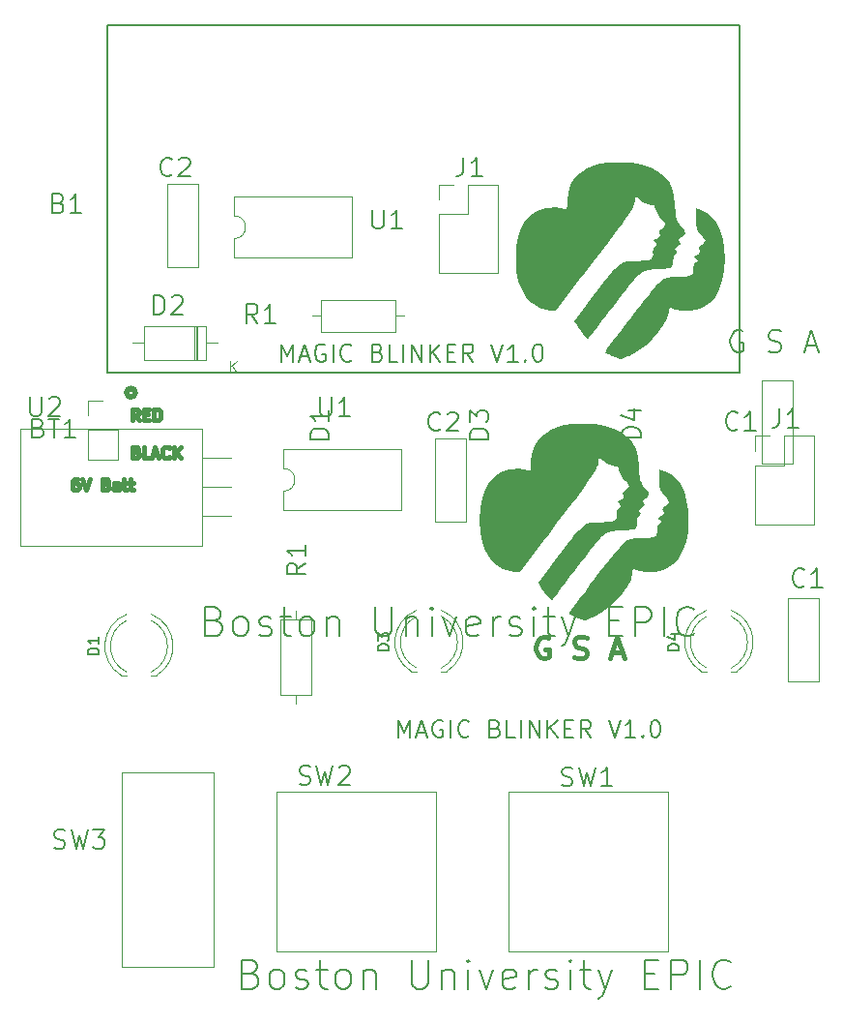
<source format=gbr>
<<<<<<< HEAD
%TF.GenerationSoftware,KiCad,Pcbnew,8.0.6-8.0.6-0~ubuntu22.04.1*%
%TF.CreationDate,2024-11-09T10:11:16-05:00*%
=======
%TF.GenerationSoftware,KiCad,Pcbnew,8.0.6-8.0.6-0~ubuntu24.04.1*%
%TF.CreationDate,2024-11-12T14:12:33-05:00*%
>>>>>>> 3aa30e9b2cf7abbcfde94d1017a9dae7777007e3
%TF.ProjectId,girl_scouts_blinker,6769726c-5f73-4636-9f75-74735f626c69,rev?*%
%TF.SameCoordinates,Original*%
%TF.FileFunction,Legend,Top*%
%TF.FilePolarity,Positive*%
%FSLAX46Y46*%
G04 Gerber Fmt 4.6, Leading zero omitted, Abs format (unit mm)*
<<<<<<< HEAD
G04 Created by KiCad (PCBNEW 8.0.6-8.0.6-0~ubuntu22.04.1) date 2024-11-09 10:11:16*
=======
G04 Created by KiCad (PCBNEW 8.0.6-8.0.6-0~ubuntu24.04.1) date 2024-11-12 14:12:33*
>>>>>>> 3aa30e9b2cf7abbcfde94d1017a9dae7777007e3
%MOMM*%
%LPD*%
G01*
G04 APERTURE LIST*
%ADD10C,0.203200*%
<<<<<<< HEAD
%ADD11C,0.100000*%
%ADD12C,0.381000*%
%ADD13C,0.177800*%
%ADD14C,0.150000*%
%ADD15C,0.120000*%
%ADD16C,0.000000*%
G04 APERTURE END LIST*
D10*
X65774541Y-61397924D02*
X65774541Y-59873924D01*
X65774541Y-59873924D02*
X66282541Y-60962495D01*
X66282541Y-60962495D02*
X66790541Y-59873924D01*
X66790541Y-59873924D02*
X66790541Y-61397924D01*
X67443683Y-60962495D02*
X68169398Y-60962495D01*
X67298540Y-61397924D02*
X67806540Y-59873924D01*
X67806540Y-59873924D02*
X68314540Y-61397924D01*
X69620826Y-59946495D02*
X69475684Y-59873924D01*
X69475684Y-59873924D02*
X69257969Y-59873924D01*
X69257969Y-59873924D02*
X69040255Y-59946495D01*
X69040255Y-59946495D02*
X68895112Y-60091638D01*
X68895112Y-60091638D02*
X68822541Y-60236781D01*
X68822541Y-60236781D02*
X68749969Y-60527067D01*
X68749969Y-60527067D02*
X68749969Y-60744781D01*
X68749969Y-60744781D02*
X68822541Y-61035067D01*
X68822541Y-61035067D02*
X68895112Y-61180210D01*
X68895112Y-61180210D02*
X69040255Y-61325353D01*
X69040255Y-61325353D02*
X69257969Y-61397924D01*
X69257969Y-61397924D02*
X69403112Y-61397924D01*
X69403112Y-61397924D02*
X69620826Y-61325353D01*
X69620826Y-61325353D02*
X69693398Y-61252781D01*
X69693398Y-61252781D02*
X69693398Y-60744781D01*
X69693398Y-60744781D02*
X69403112Y-60744781D01*
X70346541Y-61397924D02*
X70346541Y-59873924D01*
X71943112Y-61252781D02*
X71870540Y-61325353D01*
X71870540Y-61325353D02*
X71652826Y-61397924D01*
X71652826Y-61397924D02*
X71507683Y-61397924D01*
X71507683Y-61397924D02*
X71289969Y-61325353D01*
X71289969Y-61325353D02*
X71144826Y-61180210D01*
X71144826Y-61180210D02*
X71072255Y-61035067D01*
X71072255Y-61035067D02*
X70999683Y-60744781D01*
X70999683Y-60744781D02*
X70999683Y-60527067D01*
X70999683Y-60527067D02*
X71072255Y-60236781D01*
X71072255Y-60236781D02*
X71144826Y-60091638D01*
X71144826Y-60091638D02*
X71289969Y-59946495D01*
X71289969Y-59946495D02*
X71507683Y-59873924D01*
X71507683Y-59873924D02*
X71652826Y-59873924D01*
X71652826Y-59873924D02*
X71870540Y-59946495D01*
X71870540Y-59946495D02*
X71943112Y-60019067D01*
X74265398Y-60599638D02*
X74483112Y-60672210D01*
X74483112Y-60672210D02*
X74555683Y-60744781D01*
X74555683Y-60744781D02*
X74628255Y-60889924D01*
X74628255Y-60889924D02*
X74628255Y-61107638D01*
X74628255Y-61107638D02*
X74555683Y-61252781D01*
X74555683Y-61252781D02*
X74483112Y-61325353D01*
X74483112Y-61325353D02*
X74337969Y-61397924D01*
X74337969Y-61397924D02*
X73757398Y-61397924D01*
X73757398Y-61397924D02*
X73757398Y-59873924D01*
X73757398Y-59873924D02*
X74265398Y-59873924D01*
X74265398Y-59873924D02*
X74410541Y-59946495D01*
X74410541Y-59946495D02*
X74483112Y-60019067D01*
X74483112Y-60019067D02*
X74555683Y-60164210D01*
X74555683Y-60164210D02*
X74555683Y-60309353D01*
X74555683Y-60309353D02*
X74483112Y-60454495D01*
X74483112Y-60454495D02*
X74410541Y-60527067D01*
X74410541Y-60527067D02*
X74265398Y-60599638D01*
X74265398Y-60599638D02*
X73757398Y-60599638D01*
X76007112Y-61397924D02*
X75281398Y-61397924D01*
X75281398Y-61397924D02*
X75281398Y-59873924D01*
X76515112Y-61397924D02*
X76515112Y-59873924D01*
X77240826Y-61397924D02*
X77240826Y-59873924D01*
X77240826Y-59873924D02*
X78111683Y-61397924D01*
X78111683Y-61397924D02*
X78111683Y-59873924D01*
X78837397Y-61397924D02*
X78837397Y-59873924D01*
X79708254Y-61397924D02*
X79055111Y-60527067D01*
X79708254Y-59873924D02*
X78837397Y-60744781D01*
X80361397Y-60599638D02*
X80869397Y-60599638D01*
X81087111Y-61397924D02*
X80361397Y-61397924D01*
X80361397Y-61397924D02*
X80361397Y-59873924D01*
X80361397Y-59873924D02*
X81087111Y-59873924D01*
X82611111Y-61397924D02*
X82103111Y-60672210D01*
X81740254Y-61397924D02*
X81740254Y-59873924D01*
X81740254Y-59873924D02*
X82320825Y-59873924D01*
X82320825Y-59873924D02*
X82465968Y-59946495D01*
X82465968Y-59946495D02*
X82538539Y-60019067D01*
X82538539Y-60019067D02*
X82611111Y-60164210D01*
X82611111Y-60164210D02*
X82611111Y-60381924D01*
X82611111Y-60381924D02*
X82538539Y-60527067D01*
X82538539Y-60527067D02*
X82465968Y-60599638D01*
X82465968Y-60599638D02*
X82320825Y-60672210D01*
X82320825Y-60672210D02*
X81740254Y-60672210D01*
X84207682Y-59873924D02*
X84715682Y-61397924D01*
X84715682Y-61397924D02*
X85223682Y-59873924D01*
X86529968Y-61397924D02*
X85659111Y-61397924D01*
X86094540Y-61397924D02*
X86094540Y-59873924D01*
X86094540Y-59873924D02*
X85949397Y-60091638D01*
X85949397Y-60091638D02*
X85804254Y-60236781D01*
X85804254Y-60236781D02*
X85659111Y-60309353D01*
X87183112Y-61252781D02*
X87255683Y-61325353D01*
X87255683Y-61325353D02*
X87183112Y-61397924D01*
X87183112Y-61397924D02*
X87110540Y-61325353D01*
X87110540Y-61325353D02*
X87183112Y-61252781D01*
X87183112Y-61252781D02*
X87183112Y-61397924D01*
X88199111Y-59873924D02*
X88344254Y-59873924D01*
X88344254Y-59873924D02*
X88489397Y-59946495D01*
X88489397Y-59946495D02*
X88561969Y-60019067D01*
X88561969Y-60019067D02*
X88634540Y-60164210D01*
X88634540Y-60164210D02*
X88707111Y-60454495D01*
X88707111Y-60454495D02*
X88707111Y-60817353D01*
X88707111Y-60817353D02*
X88634540Y-61107638D01*
X88634540Y-61107638D02*
X88561969Y-61252781D01*
X88561969Y-61252781D02*
X88489397Y-61325353D01*
X88489397Y-61325353D02*
X88344254Y-61397924D01*
X88344254Y-61397924D02*
X88199111Y-61397924D01*
X88199111Y-61397924D02*
X88053969Y-61325353D01*
X88053969Y-61325353D02*
X87981397Y-61252781D01*
X87981397Y-61252781D02*
X87908826Y-61107638D01*
X87908826Y-61107638D02*
X87836254Y-60817353D01*
X87836254Y-60817353D02*
X87836254Y-60454495D01*
X87836254Y-60454495D02*
X87908826Y-60164210D01*
X87908826Y-60164210D02*
X87981397Y-60019067D01*
X87981397Y-60019067D02*
X88053969Y-59946495D01*
X88053969Y-59946495D02*
X88199111Y-59873924D01*
D11*
X53326312Y-66547419D02*
X52992979Y-66071228D01*
X52754884Y-66547419D02*
X52754884Y-65547419D01*
X52754884Y-65547419D02*
X53135836Y-65547419D01*
X53135836Y-65547419D02*
X53231074Y-65595038D01*
X53231074Y-65595038D02*
X53278693Y-65642657D01*
X53278693Y-65642657D02*
X53326312Y-65737895D01*
X53326312Y-65737895D02*
X53326312Y-65880752D01*
X53326312Y-65880752D02*
X53278693Y-65975990D01*
X53278693Y-65975990D02*
X53231074Y-66023609D01*
X53231074Y-66023609D02*
X53135836Y-66071228D01*
X53135836Y-66071228D02*
X52754884Y-66071228D01*
X53754884Y-66023609D02*
X54088217Y-66023609D01*
X54231074Y-66547419D02*
X53754884Y-66547419D01*
X53754884Y-66547419D02*
X53754884Y-65547419D01*
X53754884Y-65547419D02*
X54231074Y-65547419D01*
X54659646Y-66547419D02*
X54659646Y-65547419D01*
X54659646Y-65547419D02*
X54897741Y-65547419D01*
X54897741Y-65547419D02*
X55040598Y-65595038D01*
X55040598Y-65595038D02*
X55135836Y-65690276D01*
X55135836Y-65690276D02*
X55183455Y-65785514D01*
X55183455Y-65785514D02*
X55231074Y-65975990D01*
X55231074Y-65975990D02*
X55231074Y-66118847D01*
X55231074Y-66118847D02*
X55183455Y-66309323D01*
X55183455Y-66309323D02*
X55135836Y-66404561D01*
X55135836Y-66404561D02*
X55040598Y-66499800D01*
X55040598Y-66499800D02*
X54897741Y-66547419D01*
X54897741Y-66547419D02*
X54659646Y-66547419D01*
D10*
X60005112Y-84073109D02*
X60367969Y-84194061D01*
X60367969Y-84194061D02*
X60488922Y-84315013D01*
X60488922Y-84315013D02*
X60609874Y-84556918D01*
X60609874Y-84556918D02*
X60609874Y-84919775D01*
X60609874Y-84919775D02*
X60488922Y-85161680D01*
X60488922Y-85161680D02*
X60367969Y-85282633D01*
X60367969Y-85282633D02*
X60126064Y-85403585D01*
X60126064Y-85403585D02*
X59158445Y-85403585D01*
X59158445Y-85403585D02*
X59158445Y-82863585D01*
X59158445Y-82863585D02*
X60005112Y-82863585D01*
X60005112Y-82863585D02*
X60247017Y-82984537D01*
X60247017Y-82984537D02*
X60367969Y-83105490D01*
X60367969Y-83105490D02*
X60488922Y-83347394D01*
X60488922Y-83347394D02*
X60488922Y-83589299D01*
X60488922Y-83589299D02*
X60367969Y-83831204D01*
X60367969Y-83831204D02*
X60247017Y-83952156D01*
X60247017Y-83952156D02*
X60005112Y-84073109D01*
X60005112Y-84073109D02*
X59158445Y-84073109D01*
X62061303Y-85403585D02*
X61819398Y-85282633D01*
X61819398Y-85282633D02*
X61698445Y-85161680D01*
X61698445Y-85161680D02*
X61577493Y-84919775D01*
X61577493Y-84919775D02*
X61577493Y-84194061D01*
X61577493Y-84194061D02*
X61698445Y-83952156D01*
X61698445Y-83952156D02*
X61819398Y-83831204D01*
X61819398Y-83831204D02*
X62061303Y-83710252D01*
X62061303Y-83710252D02*
X62424160Y-83710252D01*
X62424160Y-83710252D02*
X62666064Y-83831204D01*
X62666064Y-83831204D02*
X62787017Y-83952156D01*
X62787017Y-83952156D02*
X62907969Y-84194061D01*
X62907969Y-84194061D02*
X62907969Y-84919775D01*
X62907969Y-84919775D02*
X62787017Y-85161680D01*
X62787017Y-85161680D02*
X62666064Y-85282633D01*
X62666064Y-85282633D02*
X62424160Y-85403585D01*
X62424160Y-85403585D02*
X62061303Y-85403585D01*
X63875588Y-85282633D02*
X64117493Y-85403585D01*
X64117493Y-85403585D02*
X64601302Y-85403585D01*
X64601302Y-85403585D02*
X64843207Y-85282633D01*
X64843207Y-85282633D02*
X64964159Y-85040728D01*
X64964159Y-85040728D02*
X64964159Y-84919775D01*
X64964159Y-84919775D02*
X64843207Y-84677871D01*
X64843207Y-84677871D02*
X64601302Y-84556918D01*
X64601302Y-84556918D02*
X64238445Y-84556918D01*
X64238445Y-84556918D02*
X63996540Y-84435966D01*
X63996540Y-84435966D02*
X63875588Y-84194061D01*
X63875588Y-84194061D02*
X63875588Y-84073109D01*
X63875588Y-84073109D02*
X63996540Y-83831204D01*
X63996540Y-83831204D02*
X64238445Y-83710252D01*
X64238445Y-83710252D02*
X64601302Y-83710252D01*
X64601302Y-83710252D02*
X64843207Y-83831204D01*
X65689873Y-83710252D02*
X66657492Y-83710252D01*
X66052730Y-82863585D02*
X66052730Y-85040728D01*
X66052730Y-85040728D02*
X66173683Y-85282633D01*
X66173683Y-85282633D02*
X66415588Y-85403585D01*
X66415588Y-85403585D02*
X66657492Y-85403585D01*
X67867017Y-85403585D02*
X67625112Y-85282633D01*
X67625112Y-85282633D02*
X67504159Y-85161680D01*
X67504159Y-85161680D02*
X67383207Y-84919775D01*
X67383207Y-84919775D02*
X67383207Y-84194061D01*
X67383207Y-84194061D02*
X67504159Y-83952156D01*
X67504159Y-83952156D02*
X67625112Y-83831204D01*
X67625112Y-83831204D02*
X67867017Y-83710252D01*
X67867017Y-83710252D02*
X68229874Y-83710252D01*
X68229874Y-83710252D02*
X68471778Y-83831204D01*
X68471778Y-83831204D02*
X68592731Y-83952156D01*
X68592731Y-83952156D02*
X68713683Y-84194061D01*
X68713683Y-84194061D02*
X68713683Y-84919775D01*
X68713683Y-84919775D02*
X68592731Y-85161680D01*
X68592731Y-85161680D02*
X68471778Y-85282633D01*
X68471778Y-85282633D02*
X68229874Y-85403585D01*
X68229874Y-85403585D02*
X67867017Y-85403585D01*
X69802254Y-83710252D02*
X69802254Y-85403585D01*
X69802254Y-83952156D02*
X69923207Y-83831204D01*
X69923207Y-83831204D02*
X70165112Y-83710252D01*
X70165112Y-83710252D02*
X70527969Y-83710252D01*
X70527969Y-83710252D02*
X70769873Y-83831204D01*
X70769873Y-83831204D02*
X70890826Y-84073109D01*
X70890826Y-84073109D02*
X70890826Y-85403585D01*
X74035587Y-82863585D02*
X74035587Y-84919775D01*
X74035587Y-84919775D02*
X74156540Y-85161680D01*
X74156540Y-85161680D02*
X74277492Y-85282633D01*
X74277492Y-85282633D02*
X74519397Y-85403585D01*
X74519397Y-85403585D02*
X75003206Y-85403585D01*
X75003206Y-85403585D02*
X75245111Y-85282633D01*
X75245111Y-85282633D02*
X75366064Y-85161680D01*
X75366064Y-85161680D02*
X75487016Y-84919775D01*
X75487016Y-84919775D02*
X75487016Y-82863585D01*
X76696539Y-83710252D02*
X76696539Y-85403585D01*
X76696539Y-83952156D02*
X76817492Y-83831204D01*
X76817492Y-83831204D02*
X77059397Y-83710252D01*
X77059397Y-83710252D02*
X77422254Y-83710252D01*
X77422254Y-83710252D02*
X77664158Y-83831204D01*
X77664158Y-83831204D02*
X77785111Y-84073109D01*
X77785111Y-84073109D02*
X77785111Y-85403585D01*
X78994634Y-85403585D02*
X78994634Y-83710252D01*
X78994634Y-82863585D02*
X78873682Y-82984537D01*
X78873682Y-82984537D02*
X78994634Y-83105490D01*
X78994634Y-83105490D02*
X79115587Y-82984537D01*
X79115587Y-82984537D02*
X78994634Y-82863585D01*
X78994634Y-82863585D02*
X78994634Y-83105490D01*
X79962254Y-83710252D02*
X80567016Y-85403585D01*
X80567016Y-85403585D02*
X81171777Y-83710252D01*
X83107015Y-85282633D02*
X82865111Y-85403585D01*
X82865111Y-85403585D02*
X82381301Y-85403585D01*
X82381301Y-85403585D02*
X82139396Y-85282633D01*
X82139396Y-85282633D02*
X82018444Y-85040728D01*
X82018444Y-85040728D02*
X82018444Y-84073109D01*
X82018444Y-84073109D02*
X82139396Y-83831204D01*
X82139396Y-83831204D02*
X82381301Y-83710252D01*
X82381301Y-83710252D02*
X82865111Y-83710252D01*
X82865111Y-83710252D02*
X83107015Y-83831204D01*
X83107015Y-83831204D02*
X83227968Y-84073109D01*
X83227968Y-84073109D02*
X83227968Y-84315013D01*
X83227968Y-84315013D02*
X82018444Y-84556918D01*
X84316539Y-85403585D02*
X84316539Y-83710252D01*
X84316539Y-84194061D02*
X84437492Y-83952156D01*
X84437492Y-83952156D02*
X84558444Y-83831204D01*
X84558444Y-83831204D02*
X84800349Y-83710252D01*
X84800349Y-83710252D02*
X85042254Y-83710252D01*
X85767968Y-85282633D02*
X86009873Y-85403585D01*
X86009873Y-85403585D02*
X86493682Y-85403585D01*
X86493682Y-85403585D02*
X86735587Y-85282633D01*
X86735587Y-85282633D02*
X86856539Y-85040728D01*
X86856539Y-85040728D02*
X86856539Y-84919775D01*
X86856539Y-84919775D02*
X86735587Y-84677871D01*
X86735587Y-84677871D02*
X86493682Y-84556918D01*
X86493682Y-84556918D02*
X86130825Y-84556918D01*
X86130825Y-84556918D02*
X85888920Y-84435966D01*
X85888920Y-84435966D02*
X85767968Y-84194061D01*
X85767968Y-84194061D02*
X85767968Y-84073109D01*
X85767968Y-84073109D02*
X85888920Y-83831204D01*
X85888920Y-83831204D02*
X86130825Y-83710252D01*
X86130825Y-83710252D02*
X86493682Y-83710252D01*
X86493682Y-83710252D02*
X86735587Y-83831204D01*
X87945110Y-85403585D02*
X87945110Y-83710252D01*
X87945110Y-82863585D02*
X87824158Y-82984537D01*
X87824158Y-82984537D02*
X87945110Y-83105490D01*
X87945110Y-83105490D02*
X88066063Y-82984537D01*
X88066063Y-82984537D02*
X87945110Y-82863585D01*
X87945110Y-82863585D02*
X87945110Y-83105490D01*
X88791777Y-83710252D02*
X89759396Y-83710252D01*
X89154634Y-82863585D02*
X89154634Y-85040728D01*
X89154634Y-85040728D02*
X89275587Y-85282633D01*
X89275587Y-85282633D02*
X89517492Y-85403585D01*
X89517492Y-85403585D02*
X89759396Y-85403585D01*
X90364159Y-83710252D02*
X90968921Y-85403585D01*
X91573682Y-83710252D02*
X90968921Y-85403585D01*
X90968921Y-85403585D02*
X90727016Y-86008347D01*
X90727016Y-86008347D02*
X90606063Y-86129299D01*
X90606063Y-86129299D02*
X90364159Y-86250252D01*
X94476539Y-84073109D02*
X95323206Y-84073109D01*
X95686063Y-85403585D02*
X94476539Y-85403585D01*
X94476539Y-85403585D02*
X94476539Y-82863585D01*
X94476539Y-82863585D02*
X95686063Y-82863585D01*
X96774634Y-85403585D02*
X96774634Y-82863585D01*
X96774634Y-82863585D02*
X97742253Y-82863585D01*
X97742253Y-82863585D02*
X97984158Y-82984537D01*
X97984158Y-82984537D02*
X98105111Y-83105490D01*
X98105111Y-83105490D02*
X98226063Y-83347394D01*
X98226063Y-83347394D02*
X98226063Y-83710252D01*
X98226063Y-83710252D02*
X98105111Y-83952156D01*
X98105111Y-83952156D02*
X97984158Y-84073109D01*
X97984158Y-84073109D02*
X97742253Y-84194061D01*
X97742253Y-84194061D02*
X96774634Y-84194061D01*
X99314634Y-85403585D02*
X99314634Y-82863585D01*
X101975587Y-85161680D02*
X101854635Y-85282633D01*
X101854635Y-85282633D02*
X101491777Y-85403585D01*
X101491777Y-85403585D02*
X101249873Y-85403585D01*
X101249873Y-85403585D02*
X100887016Y-85282633D01*
X100887016Y-85282633D02*
X100645111Y-85040728D01*
X100645111Y-85040728D02*
X100524158Y-84798823D01*
X100524158Y-84798823D02*
X100403206Y-84315013D01*
X100403206Y-84315013D02*
X100403206Y-83952156D01*
X100403206Y-83952156D02*
X100524158Y-83468347D01*
X100524158Y-83468347D02*
X100645111Y-83226442D01*
X100645111Y-83226442D02*
X100887016Y-82984537D01*
X100887016Y-82984537D02*
X101249873Y-82863585D01*
X101249873Y-82863585D02*
X101491777Y-82863585D01*
X101491777Y-82863585D02*
X101854635Y-82984537D01*
X101854635Y-82984537D02*
X101975587Y-83105490D01*
D11*
X47976455Y-71643419D02*
X47785979Y-71643419D01*
X47785979Y-71643419D02*
X47690741Y-71691038D01*
X47690741Y-71691038D02*
X47643122Y-71738657D01*
X47643122Y-71738657D02*
X47547884Y-71881514D01*
X47547884Y-71881514D02*
X47500265Y-72071990D01*
X47500265Y-72071990D02*
X47500265Y-72452942D01*
X47500265Y-72452942D02*
X47547884Y-72548180D01*
X47547884Y-72548180D02*
X47595503Y-72595800D01*
X47595503Y-72595800D02*
X47690741Y-72643419D01*
X47690741Y-72643419D02*
X47881217Y-72643419D01*
X47881217Y-72643419D02*
X47976455Y-72595800D01*
X47976455Y-72595800D02*
X48024074Y-72548180D01*
X48024074Y-72548180D02*
X48071693Y-72452942D01*
X48071693Y-72452942D02*
X48071693Y-72214847D01*
X48071693Y-72214847D02*
X48024074Y-72119609D01*
X48024074Y-72119609D02*
X47976455Y-72071990D01*
X47976455Y-72071990D02*
X47881217Y-72024371D01*
X47881217Y-72024371D02*
X47690741Y-72024371D01*
X47690741Y-72024371D02*
X47595503Y-72071990D01*
X47595503Y-72071990D02*
X47547884Y-72119609D01*
X47547884Y-72119609D02*
X47500265Y-72214847D01*
X48357408Y-71643419D02*
X48690741Y-72643419D01*
X48690741Y-72643419D02*
X49024074Y-71643419D01*
X50452646Y-72119609D02*
X50595503Y-72167228D01*
X50595503Y-72167228D02*
X50643122Y-72214847D01*
X50643122Y-72214847D02*
X50690741Y-72310085D01*
X50690741Y-72310085D02*
X50690741Y-72452942D01*
X50690741Y-72452942D02*
X50643122Y-72548180D01*
X50643122Y-72548180D02*
X50595503Y-72595800D01*
X50595503Y-72595800D02*
X50500265Y-72643419D01*
X50500265Y-72643419D02*
X50119313Y-72643419D01*
X50119313Y-72643419D02*
X50119313Y-71643419D01*
X50119313Y-71643419D02*
X50452646Y-71643419D01*
X50452646Y-71643419D02*
X50547884Y-71691038D01*
X50547884Y-71691038D02*
X50595503Y-71738657D01*
X50595503Y-71738657D02*
X50643122Y-71833895D01*
X50643122Y-71833895D02*
X50643122Y-71929133D01*
X50643122Y-71929133D02*
X50595503Y-72024371D01*
X50595503Y-72024371D02*
X50547884Y-72071990D01*
X50547884Y-72071990D02*
X50452646Y-72119609D01*
X50452646Y-72119609D02*
X50119313Y-72119609D01*
X51547884Y-72643419D02*
X51547884Y-72119609D01*
X51547884Y-72119609D02*
X51500265Y-72024371D01*
X51500265Y-72024371D02*
X51405027Y-71976752D01*
X51405027Y-71976752D02*
X51214551Y-71976752D01*
X51214551Y-71976752D02*
X51119313Y-72024371D01*
X51547884Y-72595800D02*
X51452646Y-72643419D01*
X51452646Y-72643419D02*
X51214551Y-72643419D01*
X51214551Y-72643419D02*
X51119313Y-72595800D01*
X51119313Y-72595800D02*
X51071694Y-72500561D01*
X51071694Y-72500561D02*
X51071694Y-72405323D01*
X51071694Y-72405323D02*
X51119313Y-72310085D01*
X51119313Y-72310085D02*
X51214551Y-72262466D01*
X51214551Y-72262466D02*
X51452646Y-72262466D01*
X51452646Y-72262466D02*
X51547884Y-72214847D01*
X51881218Y-71976752D02*
X52262170Y-71976752D01*
X52024075Y-71643419D02*
X52024075Y-72500561D01*
X52024075Y-72500561D02*
X52071694Y-72595800D01*
X52071694Y-72595800D02*
X52166932Y-72643419D01*
X52166932Y-72643419D02*
X52262170Y-72643419D01*
X52452647Y-71976752D02*
X52833599Y-71976752D01*
X52595504Y-71643419D02*
X52595504Y-72500561D01*
X52595504Y-72500561D02*
X52643123Y-72595800D01*
X52643123Y-72595800D02*
X52738361Y-72643419D01*
X52738361Y-72643419D02*
X52833599Y-72643419D01*
X53088217Y-69325609D02*
X53231074Y-69373228D01*
X53231074Y-69373228D02*
X53278693Y-69420847D01*
X53278693Y-69420847D02*
X53326312Y-69516085D01*
X53326312Y-69516085D02*
X53326312Y-69658942D01*
X53326312Y-69658942D02*
X53278693Y-69754180D01*
X53278693Y-69754180D02*
X53231074Y-69801800D01*
X53231074Y-69801800D02*
X53135836Y-69849419D01*
X53135836Y-69849419D02*
X52754884Y-69849419D01*
X52754884Y-69849419D02*
X52754884Y-68849419D01*
X52754884Y-68849419D02*
X53088217Y-68849419D01*
X53088217Y-68849419D02*
X53183455Y-68897038D01*
X53183455Y-68897038D02*
X53231074Y-68944657D01*
X53231074Y-68944657D02*
X53278693Y-69039895D01*
X53278693Y-69039895D02*
X53278693Y-69135133D01*
X53278693Y-69135133D02*
X53231074Y-69230371D01*
X53231074Y-69230371D02*
X53183455Y-69277990D01*
X53183455Y-69277990D02*
X53088217Y-69325609D01*
X53088217Y-69325609D02*
X52754884Y-69325609D01*
X54231074Y-69849419D02*
X53754884Y-69849419D01*
X53754884Y-69849419D02*
X53754884Y-68849419D01*
X54516789Y-69563704D02*
X54992979Y-69563704D01*
X54421551Y-69849419D02*
X54754884Y-68849419D01*
X54754884Y-68849419D02*
X55088217Y-69849419D01*
X55992979Y-69754180D02*
X55945360Y-69801800D01*
X55945360Y-69801800D02*
X55802503Y-69849419D01*
X55802503Y-69849419D02*
X55707265Y-69849419D01*
X55707265Y-69849419D02*
X55564408Y-69801800D01*
X55564408Y-69801800D02*
X55469170Y-69706561D01*
X55469170Y-69706561D02*
X55421551Y-69611323D01*
X55421551Y-69611323D02*
X55373932Y-69420847D01*
X55373932Y-69420847D02*
X55373932Y-69277990D01*
X55373932Y-69277990D02*
X55421551Y-69087514D01*
X55421551Y-69087514D02*
X55469170Y-68992276D01*
X55469170Y-68992276D02*
X55564408Y-68897038D01*
X55564408Y-68897038D02*
X55707265Y-68849419D01*
X55707265Y-68849419D02*
X55802503Y-68849419D01*
X55802503Y-68849419D02*
X55945360Y-68897038D01*
X55945360Y-68897038D02*
X55992979Y-68944657D01*
X56421551Y-69849419D02*
X56421551Y-68849419D01*
X56992979Y-69849419D02*
X56564408Y-69277990D01*
X56992979Y-68849419D02*
X56421551Y-69420847D01*
D12*
X106223085Y-58765766D02*
X106041657Y-58675052D01*
X106041657Y-58675052D02*
X105769514Y-58675052D01*
X105769514Y-58675052D02*
X105497371Y-58765766D01*
X105497371Y-58765766D02*
X105315942Y-58947195D01*
X105315942Y-58947195D02*
X105225228Y-59128623D01*
X105225228Y-59128623D02*
X105134514Y-59491480D01*
X105134514Y-59491480D02*
X105134514Y-59763623D01*
X105134514Y-59763623D02*
X105225228Y-60126480D01*
X105225228Y-60126480D02*
X105315942Y-60307909D01*
X105315942Y-60307909D02*
X105497371Y-60489338D01*
X105497371Y-60489338D02*
X105769514Y-60580052D01*
X105769514Y-60580052D02*
X105950942Y-60580052D01*
X105950942Y-60580052D02*
X106223085Y-60489338D01*
X106223085Y-60489338D02*
X106313799Y-60398623D01*
X106313799Y-60398623D02*
X106313799Y-59763623D01*
X106313799Y-59763623D02*
X105950942Y-59763623D01*
X108490943Y-60489338D02*
X108763086Y-60580052D01*
X108763086Y-60580052D02*
X109216657Y-60580052D01*
X109216657Y-60580052D02*
X109398086Y-60489338D01*
X109398086Y-60489338D02*
X109488800Y-60398623D01*
X109488800Y-60398623D02*
X109579514Y-60217195D01*
X109579514Y-60217195D02*
X109579514Y-60035766D01*
X109579514Y-60035766D02*
X109488800Y-59854338D01*
X109488800Y-59854338D02*
X109398086Y-59763623D01*
X109398086Y-59763623D02*
X109216657Y-59672909D01*
X109216657Y-59672909D02*
X108853800Y-59582195D01*
X108853800Y-59582195D02*
X108672371Y-59491480D01*
X108672371Y-59491480D02*
X108581657Y-59400766D01*
X108581657Y-59400766D02*
X108490943Y-59219338D01*
X108490943Y-59219338D02*
X108490943Y-59037909D01*
X108490943Y-59037909D02*
X108581657Y-58856480D01*
X108581657Y-58856480D02*
X108672371Y-58765766D01*
X108672371Y-58765766D02*
X108853800Y-58675052D01*
X108853800Y-58675052D02*
X109307371Y-58675052D01*
X109307371Y-58675052D02*
X109579514Y-58765766D01*
X111756658Y-60035766D02*
X112663801Y-60035766D01*
X111575229Y-60580052D02*
X112210229Y-58675052D01*
X112210229Y-58675052D02*
X112845229Y-60580052D01*
D13*
X83939539Y-68179944D02*
X82288539Y-68179944D01*
X82288539Y-68179944D02*
X82288539Y-67786849D01*
X82288539Y-67786849D02*
X82367158Y-67550992D01*
X82367158Y-67550992D02*
X82524396Y-67393754D01*
X82524396Y-67393754D02*
X82681634Y-67315135D01*
X82681634Y-67315135D02*
X82996110Y-67236516D01*
X82996110Y-67236516D02*
X83231967Y-67236516D01*
X83231967Y-67236516D02*
X83546443Y-67315135D01*
X83546443Y-67315135D02*
X83703681Y-67393754D01*
X83703681Y-67393754D02*
X83860920Y-67550992D01*
X83860920Y-67550992D02*
X83939539Y-67786849D01*
X83939539Y-67786849D02*
X83939539Y-68179944D01*
X82288539Y-66686182D02*
X82288539Y-65664135D01*
X82288539Y-65664135D02*
X82917491Y-66214468D01*
X82917491Y-66214468D02*
X82917491Y-65978611D01*
X82917491Y-65978611D02*
X82996110Y-65821373D01*
X82996110Y-65821373D02*
X83074729Y-65742754D01*
X83074729Y-65742754D02*
X83231967Y-65664135D01*
X83231967Y-65664135D02*
X83625062Y-65664135D01*
X83625062Y-65664135D02*
X83782300Y-65742754D01*
X83782300Y-65742754D02*
X83860920Y-65821373D01*
X83860920Y-65821373D02*
X83939539Y-65978611D01*
X83939539Y-65978611D02*
X83939539Y-66450325D01*
X83939539Y-66450325D02*
X83860920Y-66607563D01*
X83860920Y-66607563D02*
X83782300Y-66686182D01*
X81745666Y-43553539D02*
X81745666Y-44732824D01*
X81745666Y-44732824D02*
X81667047Y-44968681D01*
X81667047Y-44968681D02*
X81509809Y-45125920D01*
X81509809Y-45125920D02*
X81273952Y-45204539D01*
X81273952Y-45204539D02*
X81116714Y-45204539D01*
X83396666Y-45204539D02*
X82453238Y-45204539D01*
X82924952Y-45204539D02*
X82924952Y-43553539D01*
X82924952Y-43553539D02*
X82767714Y-43789396D01*
X82767714Y-43789396D02*
X82610476Y-43946634D01*
X82610476Y-43946634D02*
X82453238Y-44025253D01*
X44549785Y-67199729D02*
X44785642Y-67278348D01*
X44785642Y-67278348D02*
X44864261Y-67356967D01*
X44864261Y-67356967D02*
X44942880Y-67514205D01*
X44942880Y-67514205D02*
X44942880Y-67750062D01*
X44942880Y-67750062D02*
X44864261Y-67907300D01*
X44864261Y-67907300D02*
X44785642Y-67985920D01*
X44785642Y-67985920D02*
X44628404Y-68064539D01*
X44628404Y-68064539D02*
X43999452Y-68064539D01*
X43999452Y-68064539D02*
X43999452Y-66413539D01*
X43999452Y-66413539D02*
X44549785Y-66413539D01*
X44549785Y-66413539D02*
X44707023Y-66492158D01*
X44707023Y-66492158D02*
X44785642Y-66570777D01*
X44785642Y-66570777D02*
X44864261Y-66728015D01*
X44864261Y-66728015D02*
X44864261Y-66885253D01*
X44864261Y-66885253D02*
X44785642Y-67042491D01*
X44785642Y-67042491D02*
X44707023Y-67121110D01*
X44707023Y-67121110D02*
X44549785Y-67199729D01*
X44549785Y-67199729D02*
X43999452Y-67199729D01*
X45414595Y-66413539D02*
X46358023Y-66413539D01*
X45886309Y-68064539D02*
X45886309Y-66413539D01*
X47773166Y-68064539D02*
X46829738Y-68064539D01*
X47301452Y-68064539D02*
X47301452Y-66413539D01*
X47301452Y-66413539D02*
X47144214Y-66649396D01*
X47144214Y-66649396D02*
X46986976Y-66806634D01*
X46986976Y-66806634D02*
X46829738Y-66885253D01*
X97274539Y-68052944D02*
X95623539Y-68052944D01*
X95623539Y-68052944D02*
X95623539Y-67659849D01*
X95623539Y-67659849D02*
X95702158Y-67423992D01*
X95702158Y-67423992D02*
X95859396Y-67266754D01*
X95859396Y-67266754D02*
X96016634Y-67188135D01*
X96016634Y-67188135D02*
X96331110Y-67109516D01*
X96331110Y-67109516D02*
X96566967Y-67109516D01*
X96566967Y-67109516D02*
X96881443Y-67188135D01*
X96881443Y-67188135D02*
X97038681Y-67266754D01*
X97038681Y-67266754D02*
X97195920Y-67423992D01*
X97195920Y-67423992D02*
X97274539Y-67659849D01*
X97274539Y-67659849D02*
X97274539Y-68052944D01*
X96173872Y-65694373D02*
X97274539Y-65694373D01*
X95544920Y-66087468D02*
X96724205Y-66480563D01*
X96724205Y-66480563D02*
X96724205Y-65458516D01*
X56239833Y-45047300D02*
X56161214Y-45125920D01*
X56161214Y-45125920D02*
X55925357Y-45204539D01*
X55925357Y-45204539D02*
X55768119Y-45204539D01*
X55768119Y-45204539D02*
X55532262Y-45125920D01*
X55532262Y-45125920D02*
X55375024Y-44968681D01*
X55375024Y-44968681D02*
X55296405Y-44811443D01*
X55296405Y-44811443D02*
X55217786Y-44496967D01*
X55217786Y-44496967D02*
X55217786Y-44261110D01*
X55217786Y-44261110D02*
X55296405Y-43946634D01*
X55296405Y-43946634D02*
X55375024Y-43789396D01*
X55375024Y-43789396D02*
X55532262Y-43632158D01*
X55532262Y-43632158D02*
X55768119Y-43553539D01*
X55768119Y-43553539D02*
X55925357Y-43553539D01*
X55925357Y-43553539D02*
X56161214Y-43632158D01*
X56161214Y-43632158D02*
X56239833Y-43710777D01*
X56868786Y-43710777D02*
X56947405Y-43632158D01*
X56947405Y-43632158D02*
X57104643Y-43553539D01*
X57104643Y-43553539D02*
X57497738Y-43553539D01*
X57497738Y-43553539D02*
X57654976Y-43632158D01*
X57654976Y-43632158D02*
X57733595Y-43710777D01*
X57733595Y-43710777D02*
X57812214Y-43868015D01*
X57812214Y-43868015D02*
X57812214Y-44025253D01*
X57812214Y-44025253D02*
X57733595Y-44261110D01*
X57733595Y-44261110D02*
X56790167Y-45204539D01*
X56790167Y-45204539D02*
X57812214Y-45204539D01*
X69969539Y-68179944D02*
X68318539Y-68179944D01*
X68318539Y-68179944D02*
X68318539Y-67786849D01*
X68318539Y-67786849D02*
X68397158Y-67550992D01*
X68397158Y-67550992D02*
X68554396Y-67393754D01*
X68554396Y-67393754D02*
X68711634Y-67315135D01*
X68711634Y-67315135D02*
X69026110Y-67236516D01*
X69026110Y-67236516D02*
X69261967Y-67236516D01*
X69261967Y-67236516D02*
X69576443Y-67315135D01*
X69576443Y-67315135D02*
X69733681Y-67393754D01*
X69733681Y-67393754D02*
X69890920Y-67550992D01*
X69890920Y-67550992D02*
X69969539Y-67786849D01*
X69969539Y-67786849D02*
X69969539Y-68179944D01*
X69969539Y-65664135D02*
X69969539Y-66607563D01*
X69969539Y-66135849D02*
X68318539Y-66135849D01*
X68318539Y-66135849D02*
X68554396Y-66293087D01*
X68554396Y-66293087D02*
X68711634Y-66450325D01*
X68711634Y-66450325D02*
X68790253Y-66607563D01*
X54661405Y-57269539D02*
X54661405Y-55618539D01*
X54661405Y-55618539D02*
X55054500Y-55618539D01*
X55054500Y-55618539D02*
X55290357Y-55697158D01*
X55290357Y-55697158D02*
X55447595Y-55854396D01*
X55447595Y-55854396D02*
X55526214Y-56011634D01*
X55526214Y-56011634D02*
X55604833Y-56326110D01*
X55604833Y-56326110D02*
X55604833Y-56561967D01*
X55604833Y-56561967D02*
X55526214Y-56876443D01*
X55526214Y-56876443D02*
X55447595Y-57033681D01*
X55447595Y-57033681D02*
X55290357Y-57190920D01*
X55290357Y-57190920D02*
X55054500Y-57269539D01*
X55054500Y-57269539D02*
X54661405Y-57269539D01*
X56233786Y-55775777D02*
X56312405Y-55697158D01*
X56312405Y-55697158D02*
X56469643Y-55618539D01*
X56469643Y-55618539D02*
X56862738Y-55618539D01*
X56862738Y-55618539D02*
X57019976Y-55697158D01*
X57019976Y-55697158D02*
X57098595Y-55775777D01*
X57098595Y-55775777D02*
X57177214Y-55933015D01*
X57177214Y-55933015D02*
X57177214Y-56090253D01*
X57177214Y-56090253D02*
X57098595Y-56326110D01*
X57098595Y-56326110D02*
X56155167Y-57269539D01*
X56155167Y-57269539D02*
X57177214Y-57269539D01*
D14*
X61333095Y-62324819D02*
X61333095Y-61324819D01*
X61904523Y-62324819D02*
X61475952Y-61753390D01*
X61904523Y-61324819D02*
X61333095Y-61896247D01*
D13*
X63732833Y-58031539D02*
X63182500Y-57245348D01*
X62789405Y-58031539D02*
X62789405Y-56380539D01*
X62789405Y-56380539D02*
X63418357Y-56380539D01*
X63418357Y-56380539D02*
X63575595Y-56459158D01*
X63575595Y-56459158D02*
X63654214Y-56537777D01*
X63654214Y-56537777D02*
X63732833Y-56695015D01*
X63732833Y-56695015D02*
X63732833Y-56930872D01*
X63732833Y-56930872D02*
X63654214Y-57088110D01*
X63654214Y-57088110D02*
X63575595Y-57166729D01*
X63575595Y-57166729D02*
X63418357Y-57245348D01*
X63418357Y-57245348D02*
X62789405Y-57245348D01*
X65305214Y-58031539D02*
X64361786Y-58031539D01*
X64833500Y-58031539D02*
X64833500Y-56380539D01*
X64833500Y-56380539D02*
X64676262Y-56616396D01*
X64676262Y-56616396D02*
X64519024Y-56773634D01*
X64519024Y-56773634D02*
X64361786Y-56852253D01*
X73799095Y-48125539D02*
X73799095Y-49462062D01*
X73799095Y-49462062D02*
X73877714Y-49619300D01*
X73877714Y-49619300D02*
X73956333Y-49697920D01*
X73956333Y-49697920D02*
X74113571Y-49776539D01*
X74113571Y-49776539D02*
X74428047Y-49776539D01*
X74428047Y-49776539D02*
X74585285Y-49697920D01*
X74585285Y-49697920D02*
X74663904Y-49619300D01*
X74663904Y-49619300D02*
X74742523Y-49462062D01*
X74742523Y-49462062D02*
X74742523Y-48125539D01*
X76393523Y-49776539D02*
X75450095Y-49776539D01*
X75921809Y-49776539D02*
X75921809Y-48125539D01*
X75921809Y-48125539D02*
X75764571Y-48361396D01*
X75764571Y-48361396D02*
X75607333Y-48518634D01*
X75607333Y-48518634D02*
X75450095Y-48597253D01*
X105769833Y-67272300D02*
X105691214Y-67350920D01*
X105691214Y-67350920D02*
X105455357Y-67429539D01*
X105455357Y-67429539D02*
X105298119Y-67429539D01*
X105298119Y-67429539D02*
X105062262Y-67350920D01*
X105062262Y-67350920D02*
X104905024Y-67193681D01*
X104905024Y-67193681D02*
X104826405Y-67036443D01*
X104826405Y-67036443D02*
X104747786Y-66721967D01*
X104747786Y-66721967D02*
X104747786Y-66486110D01*
X104747786Y-66486110D02*
X104826405Y-66171634D01*
X104826405Y-66171634D02*
X104905024Y-66014396D01*
X104905024Y-66014396D02*
X105062262Y-65857158D01*
X105062262Y-65857158D02*
X105298119Y-65778539D01*
X105298119Y-65778539D02*
X105455357Y-65778539D01*
X105455357Y-65778539D02*
X105691214Y-65857158D01*
X105691214Y-65857158D02*
X105769833Y-65935777D01*
X107342214Y-67429539D02*
X106398786Y-67429539D01*
X106870500Y-67429539D02*
X106870500Y-65778539D01*
X106870500Y-65778539D02*
X106713262Y-66014396D01*
X106713262Y-66014396D02*
X106556024Y-66171634D01*
X106556024Y-66171634D02*
X106398786Y-66250253D01*
D15*
=======
%ADD11C,0.381000*%
%ADD12C,0.177800*%
%ADD13C,0.150000*%
%ADD14C,0.120000*%
%ADD15C,0.100000*%
%ADD16C,0.000000*%
%ADD17C,0.152400*%
%ADD18C,0.508000*%
G04 APERTURE END LIST*
D10*
X76061541Y-94290924D02*
X76061541Y-92766924D01*
X76061541Y-92766924D02*
X76569541Y-93855495D01*
X76569541Y-93855495D02*
X77077541Y-92766924D01*
X77077541Y-92766924D02*
X77077541Y-94290924D01*
X77730683Y-93855495D02*
X78456398Y-93855495D01*
X77585540Y-94290924D02*
X78093540Y-92766924D01*
X78093540Y-92766924D02*
X78601540Y-94290924D01*
X79907826Y-92839495D02*
X79762684Y-92766924D01*
X79762684Y-92766924D02*
X79544969Y-92766924D01*
X79544969Y-92766924D02*
X79327255Y-92839495D01*
X79327255Y-92839495D02*
X79182112Y-92984638D01*
X79182112Y-92984638D02*
X79109541Y-93129781D01*
X79109541Y-93129781D02*
X79036969Y-93420067D01*
X79036969Y-93420067D02*
X79036969Y-93637781D01*
X79036969Y-93637781D02*
X79109541Y-93928067D01*
X79109541Y-93928067D02*
X79182112Y-94073210D01*
X79182112Y-94073210D02*
X79327255Y-94218353D01*
X79327255Y-94218353D02*
X79544969Y-94290924D01*
X79544969Y-94290924D02*
X79690112Y-94290924D01*
X79690112Y-94290924D02*
X79907826Y-94218353D01*
X79907826Y-94218353D02*
X79980398Y-94145781D01*
X79980398Y-94145781D02*
X79980398Y-93637781D01*
X79980398Y-93637781D02*
X79690112Y-93637781D01*
X80633541Y-94290924D02*
X80633541Y-92766924D01*
X82230112Y-94145781D02*
X82157540Y-94218353D01*
X82157540Y-94218353D02*
X81939826Y-94290924D01*
X81939826Y-94290924D02*
X81794683Y-94290924D01*
X81794683Y-94290924D02*
X81576969Y-94218353D01*
X81576969Y-94218353D02*
X81431826Y-94073210D01*
X81431826Y-94073210D02*
X81359255Y-93928067D01*
X81359255Y-93928067D02*
X81286683Y-93637781D01*
X81286683Y-93637781D02*
X81286683Y-93420067D01*
X81286683Y-93420067D02*
X81359255Y-93129781D01*
X81359255Y-93129781D02*
X81431826Y-92984638D01*
X81431826Y-92984638D02*
X81576969Y-92839495D01*
X81576969Y-92839495D02*
X81794683Y-92766924D01*
X81794683Y-92766924D02*
X81939826Y-92766924D01*
X81939826Y-92766924D02*
X82157540Y-92839495D01*
X82157540Y-92839495D02*
X82230112Y-92912067D01*
X84552398Y-93492638D02*
X84770112Y-93565210D01*
X84770112Y-93565210D02*
X84842683Y-93637781D01*
X84842683Y-93637781D02*
X84915255Y-93782924D01*
X84915255Y-93782924D02*
X84915255Y-94000638D01*
X84915255Y-94000638D02*
X84842683Y-94145781D01*
X84842683Y-94145781D02*
X84770112Y-94218353D01*
X84770112Y-94218353D02*
X84624969Y-94290924D01*
X84624969Y-94290924D02*
X84044398Y-94290924D01*
X84044398Y-94290924D02*
X84044398Y-92766924D01*
X84044398Y-92766924D02*
X84552398Y-92766924D01*
X84552398Y-92766924D02*
X84697541Y-92839495D01*
X84697541Y-92839495D02*
X84770112Y-92912067D01*
X84770112Y-92912067D02*
X84842683Y-93057210D01*
X84842683Y-93057210D02*
X84842683Y-93202353D01*
X84842683Y-93202353D02*
X84770112Y-93347495D01*
X84770112Y-93347495D02*
X84697541Y-93420067D01*
X84697541Y-93420067D02*
X84552398Y-93492638D01*
X84552398Y-93492638D02*
X84044398Y-93492638D01*
X86294112Y-94290924D02*
X85568398Y-94290924D01*
X85568398Y-94290924D02*
X85568398Y-92766924D01*
X86802112Y-94290924D02*
X86802112Y-92766924D01*
X87527826Y-94290924D02*
X87527826Y-92766924D01*
X87527826Y-92766924D02*
X88398683Y-94290924D01*
X88398683Y-94290924D02*
X88398683Y-92766924D01*
X89124397Y-94290924D02*
X89124397Y-92766924D01*
X89995254Y-94290924D02*
X89342111Y-93420067D01*
X89995254Y-92766924D02*
X89124397Y-93637781D01*
X90648397Y-93492638D02*
X91156397Y-93492638D01*
X91374111Y-94290924D02*
X90648397Y-94290924D01*
X90648397Y-94290924D02*
X90648397Y-92766924D01*
X90648397Y-92766924D02*
X91374111Y-92766924D01*
X92898111Y-94290924D02*
X92390111Y-93565210D01*
X92027254Y-94290924D02*
X92027254Y-92766924D01*
X92027254Y-92766924D02*
X92607825Y-92766924D01*
X92607825Y-92766924D02*
X92752968Y-92839495D01*
X92752968Y-92839495D02*
X92825539Y-92912067D01*
X92825539Y-92912067D02*
X92898111Y-93057210D01*
X92898111Y-93057210D02*
X92898111Y-93274924D01*
X92898111Y-93274924D02*
X92825539Y-93420067D01*
X92825539Y-93420067D02*
X92752968Y-93492638D01*
X92752968Y-93492638D02*
X92607825Y-93565210D01*
X92607825Y-93565210D02*
X92027254Y-93565210D01*
X94494682Y-92766924D02*
X95002682Y-94290924D01*
X95002682Y-94290924D02*
X95510682Y-92766924D01*
X96816968Y-94290924D02*
X95946111Y-94290924D01*
X96381540Y-94290924D02*
X96381540Y-92766924D01*
X96381540Y-92766924D02*
X96236397Y-92984638D01*
X96236397Y-92984638D02*
X96091254Y-93129781D01*
X96091254Y-93129781D02*
X95946111Y-93202353D01*
X97470112Y-94145781D02*
X97542683Y-94218353D01*
X97542683Y-94218353D02*
X97470112Y-94290924D01*
X97470112Y-94290924D02*
X97397540Y-94218353D01*
X97397540Y-94218353D02*
X97470112Y-94145781D01*
X97470112Y-94145781D02*
X97470112Y-94290924D01*
X98486111Y-92766924D02*
X98631254Y-92766924D01*
X98631254Y-92766924D02*
X98776397Y-92839495D01*
X98776397Y-92839495D02*
X98848969Y-92912067D01*
X98848969Y-92912067D02*
X98921540Y-93057210D01*
X98921540Y-93057210D02*
X98994111Y-93347495D01*
X98994111Y-93347495D02*
X98994111Y-93710353D01*
X98994111Y-93710353D02*
X98921540Y-94000638D01*
X98921540Y-94000638D02*
X98848969Y-94145781D01*
X98848969Y-94145781D02*
X98776397Y-94218353D01*
X98776397Y-94218353D02*
X98631254Y-94290924D01*
X98631254Y-94290924D02*
X98486111Y-94290924D01*
X98486111Y-94290924D02*
X98340969Y-94218353D01*
X98340969Y-94218353D02*
X98268397Y-94145781D01*
X98268397Y-94145781D02*
X98195826Y-94000638D01*
X98195826Y-94000638D02*
X98123254Y-93710353D01*
X98123254Y-93710353D02*
X98123254Y-93347495D01*
X98123254Y-93347495D02*
X98195826Y-93057210D01*
X98195826Y-93057210D02*
X98268397Y-92912067D01*
X98268397Y-92912067D02*
X98340969Y-92839495D01*
X98340969Y-92839495D02*
X98486111Y-92766924D01*
X63180112Y-114934109D02*
X63542969Y-115055061D01*
X63542969Y-115055061D02*
X63663922Y-115176013D01*
X63663922Y-115176013D02*
X63784874Y-115417918D01*
X63784874Y-115417918D02*
X63784874Y-115780775D01*
X63784874Y-115780775D02*
X63663922Y-116022680D01*
X63663922Y-116022680D02*
X63542969Y-116143633D01*
X63542969Y-116143633D02*
X63301064Y-116264585D01*
X63301064Y-116264585D02*
X62333445Y-116264585D01*
X62333445Y-116264585D02*
X62333445Y-113724585D01*
X62333445Y-113724585D02*
X63180112Y-113724585D01*
X63180112Y-113724585D02*
X63422017Y-113845537D01*
X63422017Y-113845537D02*
X63542969Y-113966490D01*
X63542969Y-113966490D02*
X63663922Y-114208394D01*
X63663922Y-114208394D02*
X63663922Y-114450299D01*
X63663922Y-114450299D02*
X63542969Y-114692204D01*
X63542969Y-114692204D02*
X63422017Y-114813156D01*
X63422017Y-114813156D02*
X63180112Y-114934109D01*
X63180112Y-114934109D02*
X62333445Y-114934109D01*
X65236303Y-116264585D02*
X64994398Y-116143633D01*
X64994398Y-116143633D02*
X64873445Y-116022680D01*
X64873445Y-116022680D02*
X64752493Y-115780775D01*
X64752493Y-115780775D02*
X64752493Y-115055061D01*
X64752493Y-115055061D02*
X64873445Y-114813156D01*
X64873445Y-114813156D02*
X64994398Y-114692204D01*
X64994398Y-114692204D02*
X65236303Y-114571252D01*
X65236303Y-114571252D02*
X65599160Y-114571252D01*
X65599160Y-114571252D02*
X65841064Y-114692204D01*
X65841064Y-114692204D02*
X65962017Y-114813156D01*
X65962017Y-114813156D02*
X66082969Y-115055061D01*
X66082969Y-115055061D02*
X66082969Y-115780775D01*
X66082969Y-115780775D02*
X65962017Y-116022680D01*
X65962017Y-116022680D02*
X65841064Y-116143633D01*
X65841064Y-116143633D02*
X65599160Y-116264585D01*
X65599160Y-116264585D02*
X65236303Y-116264585D01*
X67050588Y-116143633D02*
X67292493Y-116264585D01*
X67292493Y-116264585D02*
X67776302Y-116264585D01*
X67776302Y-116264585D02*
X68018207Y-116143633D01*
X68018207Y-116143633D02*
X68139159Y-115901728D01*
X68139159Y-115901728D02*
X68139159Y-115780775D01*
X68139159Y-115780775D02*
X68018207Y-115538871D01*
X68018207Y-115538871D02*
X67776302Y-115417918D01*
X67776302Y-115417918D02*
X67413445Y-115417918D01*
X67413445Y-115417918D02*
X67171540Y-115296966D01*
X67171540Y-115296966D02*
X67050588Y-115055061D01*
X67050588Y-115055061D02*
X67050588Y-114934109D01*
X67050588Y-114934109D02*
X67171540Y-114692204D01*
X67171540Y-114692204D02*
X67413445Y-114571252D01*
X67413445Y-114571252D02*
X67776302Y-114571252D01*
X67776302Y-114571252D02*
X68018207Y-114692204D01*
X68864873Y-114571252D02*
X69832492Y-114571252D01*
X69227730Y-113724585D02*
X69227730Y-115901728D01*
X69227730Y-115901728D02*
X69348683Y-116143633D01*
X69348683Y-116143633D02*
X69590588Y-116264585D01*
X69590588Y-116264585D02*
X69832492Y-116264585D01*
X71042017Y-116264585D02*
X70800112Y-116143633D01*
X70800112Y-116143633D02*
X70679159Y-116022680D01*
X70679159Y-116022680D02*
X70558207Y-115780775D01*
X70558207Y-115780775D02*
X70558207Y-115055061D01*
X70558207Y-115055061D02*
X70679159Y-114813156D01*
X70679159Y-114813156D02*
X70800112Y-114692204D01*
X70800112Y-114692204D02*
X71042017Y-114571252D01*
X71042017Y-114571252D02*
X71404874Y-114571252D01*
X71404874Y-114571252D02*
X71646778Y-114692204D01*
X71646778Y-114692204D02*
X71767731Y-114813156D01*
X71767731Y-114813156D02*
X71888683Y-115055061D01*
X71888683Y-115055061D02*
X71888683Y-115780775D01*
X71888683Y-115780775D02*
X71767731Y-116022680D01*
X71767731Y-116022680D02*
X71646778Y-116143633D01*
X71646778Y-116143633D02*
X71404874Y-116264585D01*
X71404874Y-116264585D02*
X71042017Y-116264585D01*
X72977254Y-114571252D02*
X72977254Y-116264585D01*
X72977254Y-114813156D02*
X73098207Y-114692204D01*
X73098207Y-114692204D02*
X73340112Y-114571252D01*
X73340112Y-114571252D02*
X73702969Y-114571252D01*
X73702969Y-114571252D02*
X73944873Y-114692204D01*
X73944873Y-114692204D02*
X74065826Y-114934109D01*
X74065826Y-114934109D02*
X74065826Y-116264585D01*
X77210587Y-113724585D02*
X77210587Y-115780775D01*
X77210587Y-115780775D02*
X77331540Y-116022680D01*
X77331540Y-116022680D02*
X77452492Y-116143633D01*
X77452492Y-116143633D02*
X77694397Y-116264585D01*
X77694397Y-116264585D02*
X78178206Y-116264585D01*
X78178206Y-116264585D02*
X78420111Y-116143633D01*
X78420111Y-116143633D02*
X78541064Y-116022680D01*
X78541064Y-116022680D02*
X78662016Y-115780775D01*
X78662016Y-115780775D02*
X78662016Y-113724585D01*
X79871539Y-114571252D02*
X79871539Y-116264585D01*
X79871539Y-114813156D02*
X79992492Y-114692204D01*
X79992492Y-114692204D02*
X80234397Y-114571252D01*
X80234397Y-114571252D02*
X80597254Y-114571252D01*
X80597254Y-114571252D02*
X80839158Y-114692204D01*
X80839158Y-114692204D02*
X80960111Y-114934109D01*
X80960111Y-114934109D02*
X80960111Y-116264585D01*
X82169634Y-116264585D02*
X82169634Y-114571252D01*
X82169634Y-113724585D02*
X82048682Y-113845537D01*
X82048682Y-113845537D02*
X82169634Y-113966490D01*
X82169634Y-113966490D02*
X82290587Y-113845537D01*
X82290587Y-113845537D02*
X82169634Y-113724585D01*
X82169634Y-113724585D02*
X82169634Y-113966490D01*
X83137254Y-114571252D02*
X83742016Y-116264585D01*
X83742016Y-116264585D02*
X84346777Y-114571252D01*
X86282015Y-116143633D02*
X86040111Y-116264585D01*
X86040111Y-116264585D02*
X85556301Y-116264585D01*
X85556301Y-116264585D02*
X85314396Y-116143633D01*
X85314396Y-116143633D02*
X85193444Y-115901728D01*
X85193444Y-115901728D02*
X85193444Y-114934109D01*
X85193444Y-114934109D02*
X85314396Y-114692204D01*
X85314396Y-114692204D02*
X85556301Y-114571252D01*
X85556301Y-114571252D02*
X86040111Y-114571252D01*
X86040111Y-114571252D02*
X86282015Y-114692204D01*
X86282015Y-114692204D02*
X86402968Y-114934109D01*
X86402968Y-114934109D02*
X86402968Y-115176013D01*
X86402968Y-115176013D02*
X85193444Y-115417918D01*
X87491539Y-116264585D02*
X87491539Y-114571252D01*
X87491539Y-115055061D02*
X87612492Y-114813156D01*
X87612492Y-114813156D02*
X87733444Y-114692204D01*
X87733444Y-114692204D02*
X87975349Y-114571252D01*
X87975349Y-114571252D02*
X88217254Y-114571252D01*
X88942968Y-116143633D02*
X89184873Y-116264585D01*
X89184873Y-116264585D02*
X89668682Y-116264585D01*
X89668682Y-116264585D02*
X89910587Y-116143633D01*
X89910587Y-116143633D02*
X90031539Y-115901728D01*
X90031539Y-115901728D02*
X90031539Y-115780775D01*
X90031539Y-115780775D02*
X89910587Y-115538871D01*
X89910587Y-115538871D02*
X89668682Y-115417918D01*
X89668682Y-115417918D02*
X89305825Y-115417918D01*
X89305825Y-115417918D02*
X89063920Y-115296966D01*
X89063920Y-115296966D02*
X88942968Y-115055061D01*
X88942968Y-115055061D02*
X88942968Y-114934109D01*
X88942968Y-114934109D02*
X89063920Y-114692204D01*
X89063920Y-114692204D02*
X89305825Y-114571252D01*
X89305825Y-114571252D02*
X89668682Y-114571252D01*
X89668682Y-114571252D02*
X89910587Y-114692204D01*
X91120110Y-116264585D02*
X91120110Y-114571252D01*
X91120110Y-113724585D02*
X90999158Y-113845537D01*
X90999158Y-113845537D02*
X91120110Y-113966490D01*
X91120110Y-113966490D02*
X91241063Y-113845537D01*
X91241063Y-113845537D02*
X91120110Y-113724585D01*
X91120110Y-113724585D02*
X91120110Y-113966490D01*
X91966777Y-114571252D02*
X92934396Y-114571252D01*
X92329634Y-113724585D02*
X92329634Y-115901728D01*
X92329634Y-115901728D02*
X92450587Y-116143633D01*
X92450587Y-116143633D02*
X92692492Y-116264585D01*
X92692492Y-116264585D02*
X92934396Y-116264585D01*
X93539159Y-114571252D02*
X94143921Y-116264585D01*
X94748682Y-114571252D02*
X94143921Y-116264585D01*
X94143921Y-116264585D02*
X93902016Y-116869347D01*
X93902016Y-116869347D02*
X93781063Y-116990299D01*
X93781063Y-116990299D02*
X93539159Y-117111252D01*
X97651539Y-114934109D02*
X98498206Y-114934109D01*
X98861063Y-116264585D02*
X97651539Y-116264585D01*
X97651539Y-116264585D02*
X97651539Y-113724585D01*
X97651539Y-113724585D02*
X98861063Y-113724585D01*
X99949634Y-116264585D02*
X99949634Y-113724585D01*
X99949634Y-113724585D02*
X100917253Y-113724585D01*
X100917253Y-113724585D02*
X101159158Y-113845537D01*
X101159158Y-113845537D02*
X101280111Y-113966490D01*
X101280111Y-113966490D02*
X101401063Y-114208394D01*
X101401063Y-114208394D02*
X101401063Y-114571252D01*
X101401063Y-114571252D02*
X101280111Y-114813156D01*
X101280111Y-114813156D02*
X101159158Y-114934109D01*
X101159158Y-114934109D02*
X100917253Y-115055061D01*
X100917253Y-115055061D02*
X99949634Y-115055061D01*
X102489634Y-116264585D02*
X102489634Y-113724585D01*
X105150587Y-116022680D02*
X105029635Y-116143633D01*
X105029635Y-116143633D02*
X104666777Y-116264585D01*
X104666777Y-116264585D02*
X104424873Y-116264585D01*
X104424873Y-116264585D02*
X104062016Y-116143633D01*
X104062016Y-116143633D02*
X103820111Y-115901728D01*
X103820111Y-115901728D02*
X103699158Y-115659823D01*
X103699158Y-115659823D02*
X103578206Y-115176013D01*
X103578206Y-115176013D02*
X103578206Y-114813156D01*
X103578206Y-114813156D02*
X103699158Y-114329347D01*
X103699158Y-114329347D02*
X103820111Y-114087442D01*
X103820111Y-114087442D02*
X104062016Y-113845537D01*
X104062016Y-113845537D02*
X104424873Y-113724585D01*
X104424873Y-113724585D02*
X104666777Y-113724585D01*
X104666777Y-113724585D02*
X105029635Y-113845537D01*
X105029635Y-113845537D02*
X105150587Y-113966490D01*
D11*
X89205085Y-85562766D02*
X89023657Y-85472052D01*
X89023657Y-85472052D02*
X88751514Y-85472052D01*
X88751514Y-85472052D02*
X88479371Y-85562766D01*
X88479371Y-85562766D02*
X88297942Y-85744195D01*
X88297942Y-85744195D02*
X88207228Y-85925623D01*
X88207228Y-85925623D02*
X88116514Y-86288480D01*
X88116514Y-86288480D02*
X88116514Y-86560623D01*
X88116514Y-86560623D02*
X88207228Y-86923480D01*
X88207228Y-86923480D02*
X88297942Y-87104909D01*
X88297942Y-87104909D02*
X88479371Y-87286338D01*
X88479371Y-87286338D02*
X88751514Y-87377052D01*
X88751514Y-87377052D02*
X88932942Y-87377052D01*
X88932942Y-87377052D02*
X89205085Y-87286338D01*
X89205085Y-87286338D02*
X89295799Y-87195623D01*
X89295799Y-87195623D02*
X89295799Y-86560623D01*
X89295799Y-86560623D02*
X88932942Y-86560623D01*
X91472943Y-87286338D02*
X91745086Y-87377052D01*
X91745086Y-87377052D02*
X92198657Y-87377052D01*
X92198657Y-87377052D02*
X92380086Y-87286338D01*
X92380086Y-87286338D02*
X92470800Y-87195623D01*
X92470800Y-87195623D02*
X92561514Y-87014195D01*
X92561514Y-87014195D02*
X92561514Y-86832766D01*
X92561514Y-86832766D02*
X92470800Y-86651338D01*
X92470800Y-86651338D02*
X92380086Y-86560623D01*
X92380086Y-86560623D02*
X92198657Y-86469909D01*
X92198657Y-86469909D02*
X91835800Y-86379195D01*
X91835800Y-86379195D02*
X91654371Y-86288480D01*
X91654371Y-86288480D02*
X91563657Y-86197766D01*
X91563657Y-86197766D02*
X91472943Y-86016338D01*
X91472943Y-86016338D02*
X91472943Y-85834909D01*
X91472943Y-85834909D02*
X91563657Y-85653480D01*
X91563657Y-85653480D02*
X91654371Y-85562766D01*
X91654371Y-85562766D02*
X91835800Y-85472052D01*
X91835800Y-85472052D02*
X92289371Y-85472052D01*
X92289371Y-85472052D02*
X92561514Y-85562766D01*
X94738658Y-86832766D02*
X95645801Y-86832766D01*
X94557229Y-87377052D02*
X95192229Y-85472052D01*
X95192229Y-85472052D02*
X95827229Y-87377052D01*
D12*
X67394667Y-98338920D02*
X67630524Y-98417539D01*
X67630524Y-98417539D02*
X68023619Y-98417539D01*
X68023619Y-98417539D02*
X68180857Y-98338920D01*
X68180857Y-98338920D02*
X68259476Y-98260300D01*
X68259476Y-98260300D02*
X68338095Y-98103062D01*
X68338095Y-98103062D02*
X68338095Y-97945824D01*
X68338095Y-97945824D02*
X68259476Y-97788586D01*
X68259476Y-97788586D02*
X68180857Y-97709967D01*
X68180857Y-97709967D02*
X68023619Y-97631348D01*
X68023619Y-97631348D02*
X67709143Y-97552729D01*
X67709143Y-97552729D02*
X67551905Y-97474110D01*
X67551905Y-97474110D02*
X67473286Y-97395491D01*
X67473286Y-97395491D02*
X67394667Y-97238253D01*
X67394667Y-97238253D02*
X67394667Y-97081015D01*
X67394667Y-97081015D02*
X67473286Y-96923777D01*
X67473286Y-96923777D02*
X67551905Y-96845158D01*
X67551905Y-96845158D02*
X67709143Y-96766539D01*
X67709143Y-96766539D02*
X68102238Y-96766539D01*
X68102238Y-96766539D02*
X68338095Y-96845158D01*
X68888429Y-96766539D02*
X69281524Y-98417539D01*
X69281524Y-98417539D02*
X69596000Y-97238253D01*
X69596000Y-97238253D02*
X69910476Y-98417539D01*
X69910476Y-98417539D02*
X70303572Y-96766539D01*
X70853905Y-96923777D02*
X70932524Y-96845158D01*
X70932524Y-96845158D02*
X71089762Y-96766539D01*
X71089762Y-96766539D02*
X71482857Y-96766539D01*
X71482857Y-96766539D02*
X71640095Y-96845158D01*
X71640095Y-96845158D02*
X71718714Y-96923777D01*
X71718714Y-96923777D02*
X71797333Y-97081015D01*
X71797333Y-97081015D02*
X71797333Y-97238253D01*
X71797333Y-97238253D02*
X71718714Y-97474110D01*
X71718714Y-97474110D02*
X70775286Y-98417539D01*
X70775286Y-98417539D02*
X71797333Y-98417539D01*
X90381667Y-98465920D02*
X90617524Y-98544539D01*
X90617524Y-98544539D02*
X91010619Y-98544539D01*
X91010619Y-98544539D02*
X91167857Y-98465920D01*
X91167857Y-98465920D02*
X91246476Y-98387300D01*
X91246476Y-98387300D02*
X91325095Y-98230062D01*
X91325095Y-98230062D02*
X91325095Y-98072824D01*
X91325095Y-98072824D02*
X91246476Y-97915586D01*
X91246476Y-97915586D02*
X91167857Y-97836967D01*
X91167857Y-97836967D02*
X91010619Y-97758348D01*
X91010619Y-97758348D02*
X90696143Y-97679729D01*
X90696143Y-97679729D02*
X90538905Y-97601110D01*
X90538905Y-97601110D02*
X90460286Y-97522491D01*
X90460286Y-97522491D02*
X90381667Y-97365253D01*
X90381667Y-97365253D02*
X90381667Y-97208015D01*
X90381667Y-97208015D02*
X90460286Y-97050777D01*
X90460286Y-97050777D02*
X90538905Y-96972158D01*
X90538905Y-96972158D02*
X90696143Y-96893539D01*
X90696143Y-96893539D02*
X91089238Y-96893539D01*
X91089238Y-96893539D02*
X91325095Y-96972158D01*
X91875429Y-96893539D02*
X92268524Y-98544539D01*
X92268524Y-98544539D02*
X92583000Y-97365253D01*
X92583000Y-97365253D02*
X92897476Y-98544539D01*
X92897476Y-98544539D02*
X93290572Y-96893539D01*
X94784333Y-98544539D02*
X93840905Y-98544539D01*
X94312619Y-98544539D02*
X94312619Y-96893539D01*
X94312619Y-96893539D02*
X94155381Y-97129396D01*
X94155381Y-97129396D02*
X93998143Y-97286634D01*
X93998143Y-97286634D02*
X93840905Y-97365253D01*
D13*
X75234819Y-86684744D02*
X74234819Y-86684744D01*
X74234819Y-86684744D02*
X74234819Y-86446649D01*
X74234819Y-86446649D02*
X74282438Y-86303792D01*
X74282438Y-86303792D02*
X74377676Y-86208554D01*
X74377676Y-86208554D02*
X74472914Y-86160935D01*
X74472914Y-86160935D02*
X74663390Y-86113316D01*
X74663390Y-86113316D02*
X74806247Y-86113316D01*
X74806247Y-86113316D02*
X74996723Y-86160935D01*
X74996723Y-86160935D02*
X75091961Y-86208554D01*
X75091961Y-86208554D02*
X75187200Y-86303792D01*
X75187200Y-86303792D02*
X75234819Y-86446649D01*
X75234819Y-86446649D02*
X75234819Y-86684744D01*
X74234819Y-85779982D02*
X74234819Y-85160935D01*
X74234819Y-85160935D02*
X74615771Y-85494268D01*
X74615771Y-85494268D02*
X74615771Y-85351411D01*
X74615771Y-85351411D02*
X74663390Y-85256173D01*
X74663390Y-85256173D02*
X74711009Y-85208554D01*
X74711009Y-85208554D02*
X74806247Y-85160935D01*
X74806247Y-85160935D02*
X75044342Y-85160935D01*
X75044342Y-85160935D02*
X75139580Y-85208554D01*
X75139580Y-85208554D02*
X75187200Y-85256173D01*
X75187200Y-85256173D02*
X75234819Y-85351411D01*
X75234819Y-85351411D02*
X75234819Y-85637125D01*
X75234819Y-85637125D02*
X75187200Y-85732363D01*
X75187200Y-85732363D02*
X75139580Y-85779982D01*
X100634819Y-86684744D02*
X99634819Y-86684744D01*
X99634819Y-86684744D02*
X99634819Y-86446649D01*
X99634819Y-86446649D02*
X99682438Y-86303792D01*
X99682438Y-86303792D02*
X99777676Y-86208554D01*
X99777676Y-86208554D02*
X99872914Y-86160935D01*
X99872914Y-86160935D02*
X100063390Y-86113316D01*
X100063390Y-86113316D02*
X100206247Y-86113316D01*
X100206247Y-86113316D02*
X100396723Y-86160935D01*
X100396723Y-86160935D02*
X100491961Y-86208554D01*
X100491961Y-86208554D02*
X100587200Y-86303792D01*
X100587200Y-86303792D02*
X100634819Y-86446649D01*
X100634819Y-86446649D02*
X100634819Y-86684744D01*
X99968152Y-85256173D02*
X100634819Y-85256173D01*
X99587200Y-85494268D02*
X100301485Y-85732363D01*
X100301485Y-85732363D02*
X100301485Y-85113316D01*
X49834819Y-87034594D02*
X48834819Y-87034594D01*
X48834819Y-87034594D02*
X48834819Y-86796499D01*
X48834819Y-86796499D02*
X48882438Y-86653642D01*
X48882438Y-86653642D02*
X48977676Y-86558404D01*
X48977676Y-86558404D02*
X49072914Y-86510785D01*
X49072914Y-86510785D02*
X49263390Y-86463166D01*
X49263390Y-86463166D02*
X49406247Y-86463166D01*
X49406247Y-86463166D02*
X49596723Y-86510785D01*
X49596723Y-86510785D02*
X49691961Y-86558404D01*
X49691961Y-86558404D02*
X49787200Y-86653642D01*
X49787200Y-86653642D02*
X49834819Y-86796499D01*
X49834819Y-86796499D02*
X49834819Y-87034594D01*
X49834819Y-85510785D02*
X49834819Y-86082213D01*
X49834819Y-85796499D02*
X48834819Y-85796499D01*
X48834819Y-85796499D02*
X48977676Y-85891737D01*
X48977676Y-85891737D02*
X49072914Y-85986975D01*
X49072914Y-85986975D02*
X49120533Y-86082213D01*
D12*
X109431666Y-65524539D02*
X109431666Y-66703824D01*
X109431666Y-66703824D02*
X109353047Y-66939681D01*
X109353047Y-66939681D02*
X109195809Y-67096920D01*
X109195809Y-67096920D02*
X108959952Y-67175539D01*
X108959952Y-67175539D02*
X108802714Y-67175539D01*
X111082666Y-67175539D02*
X110139238Y-67175539D01*
X110610952Y-67175539D02*
X110610952Y-65524539D01*
X110610952Y-65524539D02*
X110453714Y-65760396D01*
X110453714Y-65760396D02*
X110296476Y-65917634D01*
X110296476Y-65917634D02*
X110139238Y-65996253D01*
X79734833Y-67312300D02*
X79656214Y-67390920D01*
X79656214Y-67390920D02*
X79420357Y-67469539D01*
X79420357Y-67469539D02*
X79263119Y-67469539D01*
X79263119Y-67469539D02*
X79027262Y-67390920D01*
X79027262Y-67390920D02*
X78870024Y-67233681D01*
X78870024Y-67233681D02*
X78791405Y-67076443D01*
X78791405Y-67076443D02*
X78712786Y-66761967D01*
X78712786Y-66761967D02*
X78712786Y-66526110D01*
X78712786Y-66526110D02*
X78791405Y-66211634D01*
X78791405Y-66211634D02*
X78870024Y-66054396D01*
X78870024Y-66054396D02*
X79027262Y-65897158D01*
X79027262Y-65897158D02*
X79263119Y-65818539D01*
X79263119Y-65818539D02*
X79420357Y-65818539D01*
X79420357Y-65818539D02*
X79656214Y-65897158D01*
X79656214Y-65897158D02*
X79734833Y-65975777D01*
X80363786Y-65975777D02*
X80442405Y-65897158D01*
X80442405Y-65897158D02*
X80599643Y-65818539D01*
X80599643Y-65818539D02*
X80992738Y-65818539D01*
X80992738Y-65818539D02*
X81149976Y-65897158D01*
X81149976Y-65897158D02*
X81228595Y-65975777D01*
X81228595Y-65975777D02*
X81307214Y-66133015D01*
X81307214Y-66133015D02*
X81307214Y-66290253D01*
X81307214Y-66290253D02*
X81228595Y-66526110D01*
X81228595Y-66526110D02*
X80285167Y-67469539D01*
X80285167Y-67469539D02*
X81307214Y-67469539D01*
X67937539Y-79015166D02*
X67151348Y-79565499D01*
X67937539Y-79958594D02*
X66286539Y-79958594D01*
X66286539Y-79958594D02*
X66286539Y-79329642D01*
X66286539Y-79329642D02*
X66365158Y-79172404D01*
X66365158Y-79172404D02*
X66443777Y-79093785D01*
X66443777Y-79093785D02*
X66601015Y-79015166D01*
X66601015Y-79015166D02*
X66836872Y-79015166D01*
X66836872Y-79015166D02*
X66994110Y-79093785D01*
X66994110Y-79093785D02*
X67072729Y-79172404D01*
X67072729Y-79172404D02*
X67151348Y-79329642D01*
X67151348Y-79329642D02*
X67151348Y-79958594D01*
X67937539Y-77442785D02*
X67937539Y-78386213D01*
X67937539Y-77914499D02*
X66286539Y-77914499D01*
X66286539Y-77914499D02*
X66522396Y-78071737D01*
X66522396Y-78071737D02*
X66679634Y-78228975D01*
X66679634Y-78228975D02*
X66758253Y-78386213D01*
X69227095Y-64508539D02*
X69227095Y-65845062D01*
X69227095Y-65845062D02*
X69305714Y-66002300D01*
X69305714Y-66002300D02*
X69384333Y-66080920D01*
X69384333Y-66080920D02*
X69541571Y-66159539D01*
X69541571Y-66159539D02*
X69856047Y-66159539D01*
X69856047Y-66159539D02*
X70013285Y-66080920D01*
X70013285Y-66080920D02*
X70091904Y-66002300D01*
X70091904Y-66002300D02*
X70170523Y-65845062D01*
X70170523Y-65845062D02*
X70170523Y-64508539D01*
X71821523Y-66159539D02*
X70878095Y-66159539D01*
X71349809Y-66159539D02*
X71349809Y-64508539D01*
X71349809Y-64508539D02*
X71192571Y-64744396D01*
X71192571Y-64744396D02*
X71035333Y-64901634D01*
X71035333Y-64901634D02*
X70878095Y-64980253D01*
X45931667Y-103926920D02*
X46167524Y-104005539D01*
X46167524Y-104005539D02*
X46560619Y-104005539D01*
X46560619Y-104005539D02*
X46717857Y-103926920D01*
X46717857Y-103926920D02*
X46796476Y-103848300D01*
X46796476Y-103848300D02*
X46875095Y-103691062D01*
X46875095Y-103691062D02*
X46875095Y-103533824D01*
X46875095Y-103533824D02*
X46796476Y-103376586D01*
X46796476Y-103376586D02*
X46717857Y-103297967D01*
X46717857Y-103297967D02*
X46560619Y-103219348D01*
X46560619Y-103219348D02*
X46246143Y-103140729D01*
X46246143Y-103140729D02*
X46088905Y-103062110D01*
X46088905Y-103062110D02*
X46010286Y-102983491D01*
X46010286Y-102983491D02*
X45931667Y-102826253D01*
X45931667Y-102826253D02*
X45931667Y-102669015D01*
X45931667Y-102669015D02*
X46010286Y-102511777D01*
X46010286Y-102511777D02*
X46088905Y-102433158D01*
X46088905Y-102433158D02*
X46246143Y-102354539D01*
X46246143Y-102354539D02*
X46639238Y-102354539D01*
X46639238Y-102354539D02*
X46875095Y-102433158D01*
X47425429Y-102354539D02*
X47818524Y-104005539D01*
X47818524Y-104005539D02*
X48133000Y-102826253D01*
X48133000Y-102826253D02*
X48447476Y-104005539D01*
X48447476Y-104005539D02*
X48840572Y-102354539D01*
X49312286Y-102354539D02*
X50334333Y-102354539D01*
X50334333Y-102354539D02*
X49784000Y-102983491D01*
X49784000Y-102983491D02*
X50019857Y-102983491D01*
X50019857Y-102983491D02*
X50177095Y-103062110D01*
X50177095Y-103062110D02*
X50255714Y-103140729D01*
X50255714Y-103140729D02*
X50334333Y-103297967D01*
X50334333Y-103297967D02*
X50334333Y-103691062D01*
X50334333Y-103691062D02*
X50255714Y-103848300D01*
X50255714Y-103848300D02*
X50177095Y-103926920D01*
X50177095Y-103926920D02*
X50019857Y-104005539D01*
X50019857Y-104005539D02*
X49548143Y-104005539D01*
X49548143Y-104005539D02*
X49390905Y-103926920D01*
X49390905Y-103926920D02*
X49312286Y-103848300D01*
X43827095Y-64508539D02*
X43827095Y-65845062D01*
X43827095Y-65845062D02*
X43905714Y-66002300D01*
X43905714Y-66002300D02*
X43984333Y-66080920D01*
X43984333Y-66080920D02*
X44141571Y-66159539D01*
X44141571Y-66159539D02*
X44456047Y-66159539D01*
X44456047Y-66159539D02*
X44613285Y-66080920D01*
X44613285Y-66080920D02*
X44691904Y-66002300D01*
X44691904Y-66002300D02*
X44770523Y-65845062D01*
X44770523Y-65845062D02*
X44770523Y-64508539D01*
X45478095Y-64665777D02*
X45556714Y-64587158D01*
X45556714Y-64587158D02*
X45713952Y-64508539D01*
X45713952Y-64508539D02*
X46107047Y-64508539D01*
X46107047Y-64508539D02*
X46264285Y-64587158D01*
X46264285Y-64587158D02*
X46342904Y-64665777D01*
X46342904Y-64665777D02*
X46421523Y-64823015D01*
X46421523Y-64823015D02*
X46421523Y-64980253D01*
X46421523Y-64980253D02*
X46342904Y-65216110D01*
X46342904Y-65216110D02*
X45399476Y-66159539D01*
X45399476Y-66159539D02*
X46421523Y-66159539D01*
X111611833Y-80988300D02*
X111533214Y-81066920D01*
X111533214Y-81066920D02*
X111297357Y-81145539D01*
X111297357Y-81145539D02*
X111140119Y-81145539D01*
X111140119Y-81145539D02*
X110904262Y-81066920D01*
X110904262Y-81066920D02*
X110747024Y-80909681D01*
X110747024Y-80909681D02*
X110668405Y-80752443D01*
X110668405Y-80752443D02*
X110589786Y-80437967D01*
X110589786Y-80437967D02*
X110589786Y-80202110D01*
X110589786Y-80202110D02*
X110668405Y-79887634D01*
X110668405Y-79887634D02*
X110747024Y-79730396D01*
X110747024Y-79730396D02*
X110904262Y-79573158D01*
X110904262Y-79573158D02*
X111140119Y-79494539D01*
X111140119Y-79494539D02*
X111297357Y-79494539D01*
X111297357Y-79494539D02*
X111533214Y-79573158D01*
X111533214Y-79573158D02*
X111611833Y-79651777D01*
X113184214Y-81145539D02*
X112240786Y-81145539D01*
X112712500Y-81145539D02*
X112712500Y-79494539D01*
X112712500Y-79494539D02*
X112555262Y-79730396D01*
X112555262Y-79730396D02*
X112398024Y-79887634D01*
X112398024Y-79887634D02*
X112240786Y-79966253D01*
X46321738Y-47514729D02*
X46557595Y-47593348D01*
X46557595Y-47593348D02*
X46636214Y-47671967D01*
X46636214Y-47671967D02*
X46714833Y-47829205D01*
X46714833Y-47829205D02*
X46714833Y-48065062D01*
X46714833Y-48065062D02*
X46636214Y-48222300D01*
X46636214Y-48222300D02*
X46557595Y-48300920D01*
X46557595Y-48300920D02*
X46400357Y-48379539D01*
X46400357Y-48379539D02*
X45771405Y-48379539D01*
X45771405Y-48379539D02*
X45771405Y-46728539D01*
X45771405Y-46728539D02*
X46321738Y-46728539D01*
X46321738Y-46728539D02*
X46478976Y-46807158D01*
X46478976Y-46807158D02*
X46557595Y-46885777D01*
X46557595Y-46885777D02*
X46636214Y-47043015D01*
X46636214Y-47043015D02*
X46636214Y-47200253D01*
X46636214Y-47200253D02*
X46557595Y-47357491D01*
X46557595Y-47357491D02*
X46478976Y-47436110D01*
X46478976Y-47436110D02*
X46321738Y-47514729D01*
X46321738Y-47514729D02*
X45771405Y-47514729D01*
X48287214Y-48379539D02*
X47343786Y-48379539D01*
X47815500Y-48379539D02*
X47815500Y-46728539D01*
X47815500Y-46728539D02*
X47658262Y-46964396D01*
X47658262Y-46964396D02*
X47501024Y-47121634D01*
X47501024Y-47121634D02*
X47343786Y-47200253D01*
D14*
%TO.C,SW2*%
X65405000Y-99060000D02*
X79375000Y-99060000D01*
X65405000Y-113030000D02*
X65405000Y-99060000D01*
X79375000Y-99060000D02*
X79375000Y-113030000D01*
X79375000Y-113030000D02*
X65405000Y-113030000D01*
%TO.C,SW1*%
X85725000Y-99060000D02*
X99695000Y-99060000D01*
X85725000Y-113030000D02*
X85725000Y-99060000D01*
X99695000Y-99060000D02*
X99695000Y-113030000D01*
X99695000Y-113030000D02*
X85725000Y-113030000D01*
>>>>>>> 3aa30e9b2cf7abbcfde94d1017a9dae7777007e3
%TO.C,D3*%
X77195000Y-88506650D02*
X77660000Y-88506650D01*
X79820000Y-88506650D02*
X80285000Y-88506650D01*
X77195170Y-88506650D02*
G75*
G02*
X77659173Y-83158835I1544830J2560000D01*
G01*
X77660000Y-88201334D02*
G75*
G02*
X77659571Y-83692171I1080000J2254684D01*
G01*
X79820429Y-83692171D02*
G75*
G02*
X79820000Y-88201334I-1080429J-2254479D01*
G01*
X79820827Y-83158835D02*
G75*
G02*
X80284830Y-88506650I-1080827J-2787815D01*
G01*
%TO.C,J1*%
X79569000Y-45914000D02*
X80899000Y-45914000D01*
X79569000Y-47244000D02*
X79569000Y-45914000D01*
X79569000Y-48514000D02*
X79569000Y-53654000D01*
X79569000Y-48514000D02*
X82169000Y-48514000D01*
X79569000Y-53654000D02*
X84769000Y-53654000D01*
X82169000Y-45914000D02*
X84769000Y-45914000D01*
X82169000Y-48514000D02*
X82169000Y-45914000D01*
X84769000Y-45914000D02*
X84769000Y-53654000D01*
%TO.C,BT1*%
X48835000Y-64790000D02*
X50165000Y-64790000D01*
X48835000Y-66120000D02*
X48835000Y-64790000D01*
X48835000Y-67390000D02*
X48835000Y-69990000D01*
X48835000Y-67390000D02*
X51495000Y-67390000D01*
X48835000Y-69990000D02*
X51495000Y-69990000D01*
X51495000Y-67390000D02*
X51495000Y-69990000D01*
%TO.C,D4*%
X102595000Y-88506650D02*
X103060000Y-88506650D01*
X105220000Y-88506650D02*
X105685000Y-88506650D01*
X102595170Y-88506650D02*
G75*
G02*
X103059173Y-83158835I1544830J2560000D01*
G01*
X103060000Y-88201334D02*
G75*
G02*
X103059571Y-83692171I1080000J2254684D01*
G01*
X105220429Y-83692171D02*
G75*
G02*
X105220000Y-88201334I-1080429J-2254479D01*
G01*
X105220827Y-83158835D02*
G75*
G02*
X105684830Y-88506650I-1080827J-2787815D01*
G01*
<<<<<<< HEAD
%TO.C,C2*%
X55780000Y-45870000D02*
X55780000Y-53110000D01*
X58520000Y-45870000D02*
X55780000Y-45870000D01*
X58520000Y-45870000D02*
X58520000Y-53110000D01*
X58520000Y-53110000D02*
X55780000Y-53110000D01*
=======
>>>>>>> 3aa30e9b2cf7abbcfde94d1017a9dae7777007e3
%TO.C,D1*%
X51795000Y-88856500D02*
X52260000Y-88856500D01*
X54420000Y-88856500D02*
X54885000Y-88856500D01*
X51795170Y-88856500D02*
G75*
G02*
X52259173Y-83508685I1544830J2560000D01*
G01*
X52260000Y-88551184D02*
G75*
G02*
X52259571Y-84042021I1080000J2254684D01*
G01*
X54420429Y-84042021D02*
G75*
G02*
X54420000Y-88551184I-1080429J-2254479D01*
G01*
X54420827Y-83508685D02*
G75*
G02*
X54884830Y-88856500I-1080827J-2787815D01*
G01*
<<<<<<< HEAD
%TO.C,D2*%
X52775000Y-59770000D02*
X53795000Y-59770000D01*
X53795000Y-58300000D02*
X53795000Y-61240000D01*
X53795000Y-61240000D02*
X59235000Y-61240000D01*
X58215000Y-61240000D02*
X58215000Y-58300000D01*
X58335000Y-61240000D02*
X58335000Y-58300000D01*
X58455000Y-61240000D02*
X58455000Y-58300000D01*
X59235000Y-58300000D02*
X53795000Y-58300000D01*
X59235000Y-61240000D02*
X59235000Y-58300000D01*
X60255000Y-59770000D02*
X59235000Y-59770000D01*
%TO.C,R1*%
X68477000Y-57404000D02*
X69247000Y-57404000D01*
X69247000Y-56034000D02*
X69247000Y-58774000D01*
X69247000Y-58774000D02*
X75787000Y-58774000D01*
X75787000Y-56034000D02*
X69247000Y-56034000D01*
X75787000Y-58774000D02*
X75787000Y-56034000D01*
X76557000Y-57404000D02*
X75787000Y-57404000D01*
%TO.C,U1*%
X61672000Y-46997000D02*
X61672000Y-48647000D01*
X61672000Y-50647000D02*
X61672000Y-52297000D01*
X61672000Y-52297000D02*
X71952000Y-52297000D01*
X71952000Y-46997000D02*
X61672000Y-46997000D01*
X71952000Y-52297000D02*
X71952000Y-46997000D01*
X61672000Y-48647000D02*
G75*
G02*
X61672000Y-50647000I0J-1000000D01*
=======
%TO.C,J1*%
X107255000Y-67885000D02*
X108585000Y-67885000D01*
X107255000Y-69215000D02*
X107255000Y-67885000D01*
X107255000Y-70485000D02*
X107255000Y-75625000D01*
X107255000Y-70485000D02*
X109855000Y-70485000D01*
X107255000Y-75625000D02*
X112455000Y-75625000D01*
X109855000Y-67885000D02*
X112455000Y-67885000D01*
X109855000Y-70485000D02*
X109855000Y-67885000D01*
X112455000Y-67885000D02*
X112455000Y-75625000D01*
%TO.C,C2*%
X79275000Y-68135000D02*
X79275000Y-75375000D01*
X82015000Y-68135000D02*
X79275000Y-68135000D01*
X82015000Y-68135000D02*
X82015000Y-75375000D01*
X82015000Y-75375000D02*
X79275000Y-75375000D01*
%TO.C,R1*%
X67056000Y-83209000D02*
X67056000Y-83979000D01*
X68426000Y-83979000D02*
X65686000Y-83979000D01*
X65686000Y-83979000D02*
X65686000Y-90519000D01*
X68426000Y-90519000D02*
X68426000Y-83979000D01*
X65686000Y-90519000D02*
X68426000Y-90519000D01*
X67056000Y-91289000D02*
X67056000Y-90519000D01*
%TO.C,U1*%
X65990000Y-69095000D02*
X65990000Y-70745000D01*
X65990000Y-72745000D02*
X65990000Y-74395000D01*
X65990000Y-74395000D02*
X76270000Y-74395000D01*
X76270000Y-69095000D02*
X65990000Y-69095000D01*
X76270000Y-74395000D02*
X76270000Y-69095000D01*
X65990000Y-70745000D02*
G75*
G02*
X65990000Y-72745000I0J-1000000D01*
>>>>>>> 3aa30e9b2cf7abbcfde94d1017a9dae7777007e3
G01*
D15*
%TO.C,SW3*%
X51880000Y-97355000D02*
X55880000Y-97355000D01*
X51880000Y-114355000D02*
X51880000Y-97355000D01*
X55880000Y-97355000D02*
X59880000Y-97355000D01*
X59880000Y-97355000D02*
X59880000Y-114355000D01*
X59880000Y-114355000D02*
X51880000Y-114355000D01*
D14*
%TO.C,U2*%
X42990000Y-67270000D02*
X58880000Y-67270000D01*
X42990000Y-77510000D02*
X42990000Y-67270000D01*
X42990000Y-77510000D02*
X58880000Y-77510000D01*
X58880000Y-69850000D02*
X61420000Y-69850000D01*
X58880000Y-72390000D02*
X61420000Y-72390000D01*
X58880000Y-74930000D02*
X61420000Y-74930000D01*
X58880000Y-77510000D02*
X58880000Y-67270000D01*
%TO.C,C1*%
<<<<<<< HEAD
X107850000Y-63055000D02*
X107850000Y-70295000D01*
X110590000Y-63055000D02*
X107850000Y-63055000D01*
X110590000Y-63055000D02*
X110590000Y-70295000D01*
X110590000Y-70295000D02*
X107850000Y-70295000D01*
D16*
%TO.C,FID1*%
G36*
X102594804Y-48140516D02*
G01*
X103096095Y-48410895D01*
X103491995Y-48747211D01*
X103929732Y-49282946D01*
X104260405Y-49912647D01*
X104488091Y-50649035D01*
X104616868Y-51504832D01*
X104651611Y-52366050D01*
X104596229Y-53396851D01*
X104432989Y-54302169D01*
X104162695Y-55080179D01*
X103786150Y-55729053D01*
X103304158Y-56246965D01*
X102791807Y-56593805D01*
X102198790Y-56836863D01*
X101570346Y-56966214D01*
X100948716Y-56979510D01*
X100376138Y-56874401D01*
X100058548Y-56745780D01*
X99812901Y-56618751D01*
X99753960Y-57019658D01*
X99593305Y-57597214D01*
X99287971Y-58200401D01*
X98856816Y-58808798D01*
X98318701Y-59401989D01*
X97692485Y-59959553D01*
X96997028Y-60461073D01*
X96251190Y-60886130D01*
X96127074Y-60946325D01*
X95822643Y-61087886D01*
X95618913Y-61163408D01*
X95462303Y-61178017D01*
X95299235Y-61136838D01*
X95079675Y-61046505D01*
X94761863Y-60902380D01*
X94482384Y-60760297D01*
X94278898Y-60640847D01*
X94189068Y-60564619D01*
X94187702Y-60558843D01*
X94238135Y-60467626D01*
X94380820Y-60259805D01*
X94602835Y-59952206D01*
X94891261Y-59561657D01*
X95233175Y-59104986D01*
X95615656Y-58599022D01*
X96025783Y-58060592D01*
X96450635Y-57506525D01*
X96877292Y-56953648D01*
X97292831Y-56418790D01*
X97684332Y-55918778D01*
X98038873Y-55470440D01*
X98343534Y-55090605D01*
X98585393Y-54796100D01*
X98751529Y-54603753D01*
X98796207Y-54556899D01*
X99057786Y-54324776D01*
X99315387Y-54163227D01*
X99608350Y-54060274D01*
X99976012Y-54003937D01*
X100457709Y-53982236D01*
X100688700Y-53980571D01*
X101171308Y-53970948D01*
X101509535Y-53933002D01*
X101728340Y-53852175D01*
X101852683Y-53713912D01*
X101907522Y-53503657D01*
X101918137Y-53263568D01*
X101931819Y-52977161D01*
X101985034Y-52803219D01*
X102096031Y-52685647D01*
X102109274Y-52676059D01*
X102300411Y-52540596D01*
X102107592Y-52374632D01*
X101981395Y-52255499D01*
X101980646Y-52196286D01*
X102075151Y-52157766D01*
X102258474Y-52055023D01*
X102380928Y-51946199D01*
X102477222Y-51793175D01*
X102443826Y-51633250D01*
X102423317Y-51593058D01*
X102374085Y-51463763D01*
X102409212Y-51354698D01*
X102552191Y-51215580D01*
X102628921Y-51153003D01*
X102812627Y-50989323D01*
X102923109Y-50859417D01*
X102937535Y-50822984D01*
X102887260Y-50720372D01*
X102755103Y-50528636D01*
X102569061Y-50288237D01*
X102558364Y-50275072D01*
X102341439Y-49985806D01*
X102201047Y-49722877D01*
X102123793Y-49437321D01*
X102096285Y-49080178D01*
X102104574Y-48616212D01*
X102130511Y-47967043D01*
X102594804Y-48140516D01*
G37*
G36*
X96461763Y-44002091D02*
G01*
X97356143Y-44141020D01*
X98125494Y-44377275D01*
X98778932Y-44713848D01*
X99325573Y-45153735D01*
X99440783Y-45273803D01*
X99742732Y-45643271D01*
X99965416Y-46019823D01*
X100121683Y-46440972D01*
X100224382Y-46944233D01*
X100286361Y-47567118D01*
X100298721Y-47778759D01*
X100328490Y-48269939D01*
X100368394Y-48633373D01*
X100432213Y-48911176D01*
X100533729Y-49145463D01*
X100686724Y-49378349D01*
X100904979Y-49651947D01*
X100916071Y-49665307D01*
X101118240Y-49946583D01*
X101181147Y-50157178D01*
X101102909Y-50326375D01*
X100881644Y-50483453D01*
X100862841Y-50493634D01*
X100701335Y-50637284D01*
X100642990Y-50807784D01*
X100704746Y-50947517D01*
X100725129Y-50962085D01*
X100777265Y-51069201D01*
X100684918Y-51216697D01*
X100461746Y-51382845D01*
X100459974Y-51383893D01*
X100296409Y-51493238D01*
X100268127Y-51563613D01*
X100335214Y-51617231D01*
X100460363Y-51757558D01*
X100433023Y-51923608D01*
X100304090Y-52045966D01*
X100197737Y-52151940D01*
X100146362Y-52329846D01*
X100134190Y-52594042D01*
X100117670Y-52871437D01*
X100051510Y-53065901D01*
X99910812Y-53191751D01*
X99670677Y-53263305D01*
X99306208Y-53294877D01*
X98904753Y-53300972D01*
X98364747Y-53312712D01*
X97954276Y-53354742D01*
X97634043Y-53438308D01*
X97364754Y-53574656D01*
X97107115Y-53775034D01*
X97042634Y-53833915D01*
X96904315Y-53982823D01*
X96678267Y-54250192D01*
X96378503Y-54618412D01*
X96019035Y-55069876D01*
X95613876Y-55586975D01*
X95177039Y-56152101D01*
X94722536Y-56747646D01*
X94695404Y-56783442D01*
X94255371Y-57362547D01*
X93846203Y-57897843D01*
X93479461Y-58374443D01*
X93166709Y-58777459D01*
X92919510Y-59092005D01*
X92749425Y-59303194D01*
X92668019Y-59396138D01*
X92663792Y-59399122D01*
X92578325Y-59351894D01*
X92422533Y-59204272D01*
X92246046Y-59006698D01*
X92017121Y-58713449D01*
X91800253Y-58403439D01*
X91690172Y-58225785D01*
X91483543Y-57862008D01*
X92256660Y-56834263D01*
X92926469Y-55947031D01*
X93513750Y-55175774D01*
X94015330Y-54524567D01*
X94428039Y-53997485D01*
X94748705Y-53598604D01*
X94974158Y-53331999D01*
X95028696Y-53272063D01*
X95272862Y-53032588D01*
X95508988Y-52860687D01*
X95773680Y-52744071D01*
X96103545Y-52670453D01*
X96535189Y-52627543D01*
X97013137Y-52605917D01*
X97523041Y-52584399D01*
X97887050Y-52549514D01*
X98129169Y-52488094D01*
X98273402Y-52386973D01*
X98343754Y-52232983D01*
X98364230Y-52012957D01*
X98363076Y-51865445D01*
X98370705Y-51590837D01*
X98419618Y-51433795D01*
X98521721Y-51345808D01*
X98669141Y-51204388D01*
X98653198Y-51038269D01*
X98501242Y-50884245D01*
X98387878Y-50788310D01*
X98419464Y-50753176D01*
X98447310Y-50752004D01*
X98605107Y-50702144D01*
X98798434Y-50581880D01*
X98802603Y-50578620D01*
X98948067Y-50440761D01*
X98971163Y-50315285D01*
X98926286Y-50192918D01*
X98880690Y-50052637D01*
X98915356Y-49938020D01*
X99054327Y-49796711D01*
X99142070Y-49722994D01*
X99326166Y-49556066D01*
X99438456Y-49424984D01*
X99454592Y-49386819D01*
X99399977Y-49285510D01*
X99260180Y-49111879D01*
X99147616Y-48989492D01*
X98908864Y-48697084D01*
X98705318Y-48367998D01*
X98566690Y-48056711D01*
X98522009Y-47842472D01*
X98451336Y-47718100D01*
X98338862Y-47693810D01*
X97918675Y-47622400D01*
X97492296Y-47428106D01*
X97165606Y-47178787D01*
X96840918Y-46863688D01*
X96796672Y-47193570D01*
X96771757Y-47352210D01*
X96736329Y-47509288D01*
X96683965Y-47674115D01*
X96608242Y-47856002D01*
X96502738Y-48064262D01*
X96361030Y-48308204D01*
X96176695Y-48597141D01*
X95943310Y-48940385D01*
X95654453Y-49347245D01*
X95303701Y-49827035D01*
X94884632Y-50389065D01*
X94390822Y-51042647D01*
X93815849Y-51797092D01*
X93153290Y-52661711D01*
X92396722Y-53645817D01*
X91910454Y-54277422D01*
X89882316Y-56910866D01*
X89378475Y-56910834D01*
X89036326Y-56889360D01*
X88722450Y-56811403D01*
X88358757Y-56656587D01*
X88306640Y-56631180D01*
X87714208Y-56251943D01*
X87230251Y-55749695D01*
X86853649Y-55122010D01*
X86583284Y-54366463D01*
X86418034Y-53480632D01*
X86356781Y-52462089D01*
X86356432Y-52408525D01*
X86405029Y-51382828D01*
X86559719Y-50488126D01*
X86820156Y-49724956D01*
X87185995Y-49093857D01*
X87656892Y-48595365D01*
X88232502Y-48230020D01*
X88912480Y-47998357D01*
X89220628Y-47942245D01*
X89729954Y-47912672D01*
X90244356Y-47955291D01*
X90683704Y-48063145D01*
X90704759Y-48071086D01*
X90766885Y-48070300D01*
X90806154Y-47991040D01*
X90827978Y-47805288D01*
X90837769Y-47485028D01*
X90839013Y-47376124D01*
X90914545Y-46610133D01*
X91127595Y-45943310D01*
X91480331Y-45372126D01*
X91974923Y-44893053D01*
X92601552Y-44508439D01*
X93179462Y-44264869D01*
X93785161Y-44097523D01*
X94460537Y-43998253D01*
X95247478Y-43958907D01*
X95433239Y-43957492D01*
X96461763Y-44002091D01*
G37*
=======
X110136000Y-82105000D02*
X110136000Y-89345000D01*
X112876000Y-82105000D02*
X110136000Y-82105000D01*
X112876000Y-82105000D02*
X112876000Y-89345000D01*
X112876000Y-89345000D02*
X110136000Y-89345000D01*
D16*
%TO.C,FID1*%
G36*
X99419804Y-71000516D02*
G01*
X99921095Y-71270895D01*
X100316995Y-71607211D01*
X100754732Y-72142946D01*
X101085405Y-72772647D01*
X101313091Y-73509035D01*
X101441868Y-74364832D01*
X101476611Y-75226050D01*
X101421229Y-76256851D01*
X101257989Y-77162169D01*
X100987695Y-77940179D01*
X100611150Y-78589053D01*
X100129158Y-79106965D01*
X99616807Y-79453805D01*
X99023790Y-79696863D01*
X98395346Y-79826214D01*
X97773716Y-79839510D01*
X97201138Y-79734401D01*
X96883548Y-79605780D01*
X96637901Y-79478751D01*
X96578960Y-79879658D01*
X96418305Y-80457214D01*
X96112971Y-81060401D01*
X95681816Y-81668798D01*
X95143701Y-82261989D01*
X94517485Y-82819553D01*
X93822028Y-83321073D01*
X93076190Y-83746130D01*
X92952074Y-83806325D01*
X92647643Y-83947886D01*
X92443913Y-84023408D01*
X92287303Y-84038017D01*
X92124235Y-83996838D01*
X91904675Y-83906505D01*
X91586863Y-83762380D01*
X91307384Y-83620297D01*
X91103898Y-83500847D01*
X91014068Y-83424619D01*
X91012702Y-83418843D01*
X91063135Y-83327626D01*
X91205820Y-83119805D01*
X91427835Y-82812206D01*
X91716261Y-82421657D01*
X92058175Y-81964986D01*
X92440656Y-81459022D01*
X92850783Y-80920592D01*
X93275635Y-80366525D01*
X93702292Y-79813648D01*
X94117831Y-79278790D01*
X94509332Y-78778778D01*
X94863873Y-78330440D01*
X95168534Y-77950605D01*
X95410393Y-77656100D01*
X95576529Y-77463753D01*
X95621207Y-77416899D01*
X95882786Y-77184776D01*
X96140387Y-77023227D01*
X96433350Y-76920274D01*
X96801012Y-76863937D01*
X97282709Y-76842236D01*
X97513700Y-76840571D01*
X97996308Y-76830948D01*
X98334535Y-76793002D01*
X98553340Y-76712175D01*
X98677683Y-76573912D01*
X98732522Y-76363657D01*
X98743137Y-76123568D01*
X98756819Y-75837161D01*
X98810034Y-75663219D01*
X98921031Y-75545647D01*
X98934274Y-75536059D01*
X99125411Y-75400596D01*
X98932592Y-75234632D01*
X98806395Y-75115499D01*
X98805646Y-75056286D01*
X98900151Y-75017766D01*
X99083474Y-74915023D01*
X99205928Y-74806199D01*
X99302222Y-74653175D01*
X99268826Y-74493250D01*
X99248317Y-74453058D01*
X99199085Y-74323763D01*
X99234212Y-74214698D01*
X99377191Y-74075580D01*
X99453921Y-74013003D01*
X99637627Y-73849323D01*
X99748109Y-73719417D01*
X99762535Y-73682984D01*
X99712260Y-73580372D01*
X99580103Y-73388636D01*
X99394061Y-73148237D01*
X99383364Y-73135072D01*
X99166439Y-72845806D01*
X99026047Y-72582877D01*
X98948793Y-72297321D01*
X98921285Y-71940178D01*
X98929574Y-71476212D01*
X98955511Y-70827043D01*
X99419804Y-71000516D01*
G37*
G36*
X93286763Y-66862091D02*
G01*
X94181143Y-67001020D01*
X94950494Y-67237275D01*
X95603932Y-67573848D01*
X96150573Y-68013735D01*
X96265783Y-68133803D01*
X96567732Y-68503271D01*
X96790416Y-68879823D01*
X96946683Y-69300972D01*
X97049382Y-69804233D01*
X97111361Y-70427118D01*
X97123721Y-70638759D01*
X97153490Y-71129939D01*
X97193394Y-71493373D01*
X97257213Y-71771176D01*
X97358729Y-72005463D01*
X97511724Y-72238349D01*
X97729979Y-72511947D01*
X97741071Y-72525307D01*
X97943240Y-72806583D01*
X98006147Y-73017178D01*
X97927909Y-73186375D01*
X97706644Y-73343453D01*
X97687841Y-73353634D01*
X97526335Y-73497284D01*
X97467990Y-73667784D01*
X97529746Y-73807517D01*
X97550129Y-73822085D01*
X97602265Y-73929201D01*
X97509918Y-74076697D01*
X97286746Y-74242845D01*
X97284974Y-74243893D01*
X97121409Y-74353238D01*
X97093127Y-74423613D01*
X97160214Y-74477231D01*
X97285363Y-74617558D01*
X97258023Y-74783608D01*
X97129090Y-74905966D01*
X97022737Y-75011940D01*
X96971362Y-75189846D01*
X96959190Y-75454042D01*
X96942670Y-75731437D01*
X96876510Y-75925901D01*
X96735812Y-76051751D01*
X96495677Y-76123305D01*
X96131208Y-76154877D01*
X95729753Y-76160972D01*
X95189747Y-76172712D01*
X94779276Y-76214742D01*
X94459043Y-76298308D01*
X94189754Y-76434656D01*
X93932115Y-76635034D01*
X93867634Y-76693915D01*
X93729315Y-76842823D01*
X93503267Y-77110192D01*
X93203503Y-77478412D01*
X92844035Y-77929876D01*
X92438876Y-78446975D01*
X92002039Y-79012101D01*
X91547536Y-79607646D01*
X91520404Y-79643442D01*
X91080371Y-80222547D01*
X90671203Y-80757843D01*
X90304461Y-81234443D01*
X89991709Y-81637459D01*
X89744510Y-81952005D01*
X89574425Y-82163194D01*
X89493019Y-82256138D01*
X89488792Y-82259122D01*
X89403325Y-82211894D01*
X89247533Y-82064272D01*
X89071046Y-81866698D01*
X88842121Y-81573449D01*
X88625253Y-81263439D01*
X88515172Y-81085785D01*
X88308543Y-80722008D01*
X89081660Y-79694263D01*
X89751469Y-78807031D01*
X90338750Y-78035774D01*
X90840330Y-77384567D01*
X91253039Y-76857485D01*
X91573705Y-76458604D01*
X91799158Y-76191999D01*
X91853696Y-76132063D01*
X92097862Y-75892588D01*
X92333988Y-75720687D01*
X92598680Y-75604071D01*
X92928545Y-75530453D01*
X93360189Y-75487543D01*
X93838137Y-75465917D01*
X94348041Y-75444399D01*
X94712050Y-75409514D01*
X94954169Y-75348094D01*
X95098402Y-75246973D01*
X95168754Y-75092983D01*
X95189230Y-74872957D01*
X95188076Y-74725445D01*
X95195705Y-74450837D01*
X95244618Y-74293795D01*
X95346721Y-74205808D01*
X95494141Y-74064388D01*
X95478198Y-73898269D01*
X95326242Y-73744245D01*
X95212878Y-73648310D01*
X95244464Y-73613176D01*
X95272310Y-73612004D01*
X95430107Y-73562144D01*
X95623434Y-73441880D01*
X95627603Y-73438620D01*
X95773067Y-73300761D01*
X95796163Y-73175285D01*
X95751286Y-73052918D01*
X95705690Y-72912637D01*
X95740356Y-72798020D01*
X95879327Y-72656711D01*
X95967070Y-72582994D01*
X96151166Y-72416066D01*
X96263456Y-72284984D01*
X96279592Y-72246819D01*
X96224977Y-72145510D01*
X96085180Y-71971879D01*
X95972616Y-71849492D01*
X95733864Y-71557084D01*
X95530318Y-71227998D01*
X95391690Y-70916711D01*
X95347009Y-70702472D01*
X95276336Y-70578100D01*
X95163862Y-70553810D01*
X94743675Y-70482400D01*
X94317296Y-70288106D01*
X93990606Y-70038787D01*
X93665918Y-69723688D01*
X93621672Y-70053570D01*
X93596757Y-70212210D01*
X93561329Y-70369288D01*
X93508965Y-70534115D01*
X93433242Y-70716002D01*
X93327738Y-70924262D01*
X93186030Y-71168204D01*
X93001695Y-71457141D01*
X92768310Y-71800385D01*
X92479453Y-72207245D01*
X92128701Y-72687035D01*
X91709632Y-73249065D01*
X91215822Y-73902647D01*
X90640849Y-74657092D01*
X89978290Y-75521711D01*
X89221722Y-76505817D01*
X88735454Y-77137422D01*
X86707316Y-79770866D01*
X86203475Y-79770834D01*
X85861326Y-79749360D01*
X85547450Y-79671403D01*
X85183757Y-79516587D01*
X85131640Y-79491180D01*
X84539208Y-79111943D01*
X84055251Y-78609695D01*
X83678649Y-77982010D01*
X83408284Y-77226463D01*
X83243034Y-76340632D01*
X83181781Y-75322089D01*
X83181432Y-75268525D01*
X83230029Y-74242828D01*
X83384719Y-73348126D01*
X83645156Y-72584956D01*
X84010995Y-71953857D01*
X84481892Y-71455365D01*
X85057502Y-71090020D01*
X85737480Y-70858357D01*
X86045628Y-70802245D01*
X86554954Y-70772672D01*
X87069356Y-70815291D01*
X87508704Y-70923145D01*
X87529759Y-70931086D01*
X87591885Y-70930300D01*
X87631154Y-70851040D01*
X87652978Y-70665288D01*
X87662769Y-70345028D01*
X87664013Y-70236124D01*
X87739545Y-69470133D01*
X87952595Y-68803310D01*
X88305331Y-68232126D01*
X88799923Y-67753053D01*
X89426552Y-67368439D01*
X90004462Y-67124869D01*
X90610161Y-66957523D01*
X91285537Y-66858253D01*
X92072478Y-66818907D01*
X92258239Y-66817492D01*
X93286763Y-66862091D01*
G37*
D17*
%TO.C,B1*%
X50533300Y-31965900D02*
X50533300Y-62344300D01*
X50533300Y-62344300D02*
X105905300Y-62344300D01*
X105905300Y-31965900D02*
X50533300Y-31965900D01*
X105905300Y-62344300D02*
X105905300Y-31965900D01*
D18*
X53022500Y-64122300D02*
G75*
G02*
X52260500Y-64122300I-381000J0D01*
G01*
X52260500Y-64122300D02*
G75*
G02*
X53022500Y-64122300I381000J0D01*
G01*
>>>>>>> 3aa30e9b2cf7abbcfde94d1017a9dae7777007e3
%TD*%
M02*

</source>
